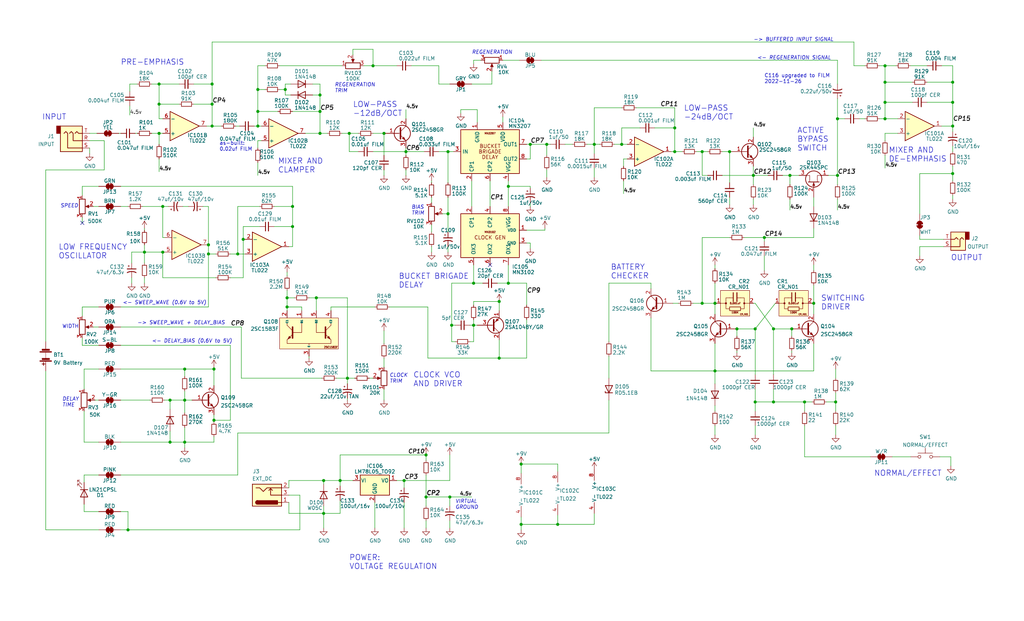
<source format=kicad_sch>
(kicad_sch (version 20211123) (generator eeschema)
  (paper "USLegal")
  (title_block (title "Ibanez_FL-9_Flanger_Pedal MP-FL0601") (date "2022-12-04") (rev "1.0.0") (company "Cedar Grove Studios") (comment 1 "MP-FL0601"))
  (junction (at 111.125 38.735))
  (junction (at 184.15 50.165))
  (junction (at 99.695 106.68))
  (junction (at 74.295 146.05))
  (junction (at 255.905 114.3))
  (junction (at 330.835 35.56))
  (junction (at 59.055 139.065))
  (junction (at 173.355 124.46))
  (junction (at 307.34 22.86))
  (junction (at 274.955 114.3))
  (junction (at 112.395 178.435))
  (junction (at 176.53 98.425))
  (junction (at 101.6 71.755))
  (junction (at 243.84 105.41))
  (junction (at 243.84 52.705))
  (junction (at 64.135 153.67))
  (junction (at 118.11 167.005))
  (junction (at 180.975 161.29))
  (junction (at 189.865 50.165))
  (junction (at 261.62 60.96))
  (junction (at 262.255 139.7))
  (junction (at 109.855 103.505))
  (junction (at 99.695 103.505))
  (junction (at 111.125 33.02))
  (junction (at 330.835 28.575))
  (junction (at 55.245 29.21))
  (junction (at 140.97 52.705))
  (junction (at 274.32 60.96))
  (junction (at 84.455 83.185))
  (junction (at 193.675 182.245))
  (junction (at 121.285 46.355))
  (junction (at 133.35 46.355))
  (junction (at 282.575 105.41))
  (junction (at 73.66 43.815))
  (junction (at 99.06 31.115))
  (junction (at 120.65 131.445))
  (junction (at 173.355 104.775))
  (junction (at 234.315 44.45))
  (junction (at 330.835 43.815))
  (junction (at 55.245 36.195))
  (junction (at 112.395 167.005))
  (junction (at 164.465 98.425))
  (junction (at 129.54 22.86))
  (junction (at 73.66 29.21))
  (junction (at 180.975 182.245))
  (junction (at 215.9 50.165))
  (junction (at 262.255 114.3))
  (junction (at 82.55 88.265))
  (junction (at 265.43 82.55))
  (junction (at 50.165 87.63))
  (junction (at 290.195 139.7))
  (junction (at 74.295 128.27))
  (junction (at 268.605 114.3))
  (junction (at 248.285 105.41))
  (junction (at 279.4 139.7))
  (junction (at 155.575 74.295))
  (junction (at 147.955 172.72))
  (junction (at 140.335 167.005))
  (junction (at 59.055 153.67))
  (junction (at 89.535 31.115))
  (junction (at 307.34 41.275))
  (junction (at 56.515 71.755))
  (junction (at 156.21 172.72))
  (junction (at 307.34 35.56))
  (junction (at 72.39 88.265))
  (junction (at 72.39 85.09))
  (junction (at 206.375 50.165))
  (junction (at 330.835 60.325))
  (junction (at 147.955 158.115))
  (junction (at 101.6 78.74))
  (junction (at 73.66 36.195))
  (junction (at 234.315 52.705))
  (junction (at 89.535 43.815))
  (junction (at 89.535 38.735))
  (junction (at 176.53 64.77))
  (junction (at 64.135 139.065))
  (junction (at 64.135 128.27))
  (junction (at 155.575 52.705))
  (junction (at 56.515 87.63))
  (junction (at 44.45 184.15))
  (junction (at 55.245 46.355))
  (junction (at 253.365 52.705))
  (junction (at 164.465 113.03))
  (junction (at 290.83 41.275))
  (junction (at 248.285 128.905))
  (junction (at 156.845 113.03))
  (junction (at 268.605 139.7))
  (junction (at 111.125 46.355))
  (junction (at 307.34 28.575))
  (junction (at 290.83 60.96))
  (no_connect (at 28.575 77.47))
  (no_connect (at 170.18 92.075))
  (wire (pts (xy 55.245 29.21) (xy 55.245 36.195)))
  (wire (pts (xy 28.575 120.015) (xy 28.575 117.475)))
  (wire (pts (xy 99.06 29.21) (xy 100.965 29.21)))
  (wire (pts (xy 261.62 69.215) (xy 261.62 71.12)))
  (wire (pts (xy 74.295 146.05) (xy 80.01 146.05)))
  (wire (pts (xy 193.675 161.29) (xy 193.675 163.83)))
  (wire (pts (xy 59.055 149.86) (xy 59.055 153.67)))
  (wire (pts (xy 64.135 135.89) (xy 64.135 139.065)))
  (wire (pts (xy 279.4 158.75) (xy 302.26 158.75)))
  (wire (pts (xy 211.455 98.425) (xy 226.06 98.425)))
  (wire (pts (xy 309.88 158.75) (xy 316.23 158.75)))
  (wire (pts (xy 241.935 52.705) (xy 243.84 52.705)))
  (wire (pts (xy 160.02 38.1) (xy 165.735 38.1)))
  (wire (pts (xy 104.775 106.68) (xy 104.775 107.95)))
  (wire (pts (xy 164.465 113.03) (xy 165.735 113.03)))
  (wire (pts (xy 290.83 20.955) (xy 290.83 29.21)))
  (wire (pts (xy 101.6 71.755) (xy 101.6 64.77)))
  (wire (pts (xy 95.25 71.755) (xy 101.6 71.755)))
  (wire (pts (xy 174.625 40.64) (xy 174.625 42.545)))
  (wire (pts (xy 248.285 105.41) (xy 248.92 105.41)))
  (wire (pts (xy 155.575 85.725) (xy 155.575 87.63)))
  (wire (pts (xy 206.375 50.165) (xy 206.375 37.465)))
  (wire (pts (xy 307.34 28.575) (xy 307.34 35.56)))
  (wire (pts (xy 184.15 55.245) (xy 184.15 50.165)))
  (wire (pts (xy 307.34 35.56) (xy 307.34 41.275)))
  (wire (pts (xy 28.575 106.68) (xy 34.29 106.68)))
  (wire (pts (xy 100.965 33.02) (xy 99.06 33.02)))
  (wire (pts (xy 149.86 85.725) (xy 149.86 87.63)))
  (wire (pts (xy 296.545 22.86) (xy 296.545 14.605)))
  (wire (pts (xy 89.535 22.86) (xy 92.075 22.86)))
  (wire (pts (xy 164.465 118.745) (xy 164.465 113.03)))
  (wire (pts (xy 155.575 74.295) (xy 155.575 80.645)))
  (wire (pts (xy 99.695 94.615) (xy 99.695 95.885)))
  (wire (pts (xy 108.585 29.21) (xy 111.125 29.21)))
  (wire (pts (xy 80.01 88.265) (xy 82.55 88.265)))
  (wire (pts (xy 80.01 120.015) (xy 80.01 146.05)))
  (wire (pts (xy 173.355 104.775) (xy 173.355 107.95)))
  (wire (pts (xy 133.35 124.46) (xy 133.35 127.635)))
  (wire (pts (xy 101.6 71.755) (xy 101.6 78.74)))
  (wire (pts (xy 187.96 20.955) (xy 290.83 20.955)))
  (wire (pts (xy 307.34 35.56) (xy 316.865 35.56)))
  (wire (pts (xy 180.975 164.465) (xy 180.975 161.29)))
  (wire (pts (xy 31.115 48.895) (xy 36.195 48.895)))
  (wire (pts (xy 124.46 52.705) (xy 121.285 52.705)))
  (wire (pts (xy 73.66 14.605) (xy 296.545 14.605)))
  (wire (pts (xy 31.115 46.355) (xy 33.655 46.355)))
  (wire (pts (xy 184.15 84.455) (xy 184.15 86.36)))
  (wire (pts (xy 163.195 113.03) (xy 164.465 113.03)))
  (wire (pts (xy 45.72 96.52) (xy 45.72 98.425)))
  (wire (pts (xy 41.91 106.68) (xy 72.39 106.68)))
  (wire (pts (xy 83.82 131.445) (xy 111.76 131.445)))
  (wire (pts (xy 67.31 29.21) (xy 73.66 29.21)))
  (wire (pts (xy 176.53 64.77) (xy 184.15 64.77)))
  (wire (pts (xy 89.535 43.815) (xy 90.805 43.815)))
  (wire (pts (xy 34.29 177.8) (xy 29.21 177.8)))
  (wire (pts (xy 56.515 71.755) (xy 58.42 71.755)))
  (wire (pts (xy 59.055 139.065) (xy 64.135 139.065)))
  (wire (pts (xy 64.135 153.67) (xy 64.135 155.575)))
  (wire (pts (xy 44.45 184.15) (xy 44.45 177.8)))
  (wire (pts (xy 196.215 50.165) (xy 198.755 50.165)))
  (wire (pts (xy 213.36 50.165) (xy 215.9 50.165)))
  (wire (pts (xy 114.935 106.68) (xy 130.175 106.68)))
  (wire (pts (xy 255.905 121.92) (xy 255.905 122.555)))
  (wire (pts (xy 215.9 50.165) (xy 217.805 50.165)))
  (wire (pts (xy 163.195 118.745) (xy 164.465 118.745)))
  (wire (pts (xy 118.11 173.99) (xy 118.11 178.435)))
  (wire (pts (xy 274.32 60.96) (xy 274.32 64.135)))
  (wire (pts (xy 248.285 92.075) (xy 248.285 93.345)))
  (wire (pts (xy 72.39 88.265) (xy 72.39 85.09)))
  (wire (pts (xy 282.575 82.55) (xy 282.575 79.375)))
  (wire (pts (xy 243.84 105.41) (xy 248.285 105.41)))
  (wire (pts (xy 100.33 172.085) (xy 104.14 172.085)))
  (wire (pts (xy 129.54 52.705) (xy 140.97 52.705)))
  (wire (pts (xy 321.945 35.56) (xy 330.835 35.56)))
  (wire (pts (xy 44.45 71.755) (xy 41.91 71.755)))
  (wire (pts (xy 88.265 43.815) (xy 89.535 43.815)))
  (wire (pts (xy 129.54 46.355) (xy 133.35 46.355)))
  (wire (pts (xy 243.84 82.55) (xy 243.84 105.41)))
  (wire (pts (xy 74.295 144.145) (xy 74.295 146.05)))
  (wire (pts (xy 52.705 29.21) (xy 55.245 29.21)))
  (wire (pts (xy 296.545 22.86) (xy 300.355 22.86)))
  (wire (pts (xy 112.395 167.005) (xy 118.11 167.005)))
  (wire (pts (xy 274.955 121.92) (xy 274.955 122.555)))
  (wire (pts (xy 41.91 153.67) (xy 59.055 153.67)))
  (wire (pts (xy 152.4 52.705) (xy 155.575 52.705)))
  (wire (pts (xy 170.18 62.865) (xy 170.18 71.755)))
  (wire (pts (xy 211.455 150.495) (xy 211.455 139.065)))
  (wire (pts (xy 118.11 167.005) (xy 122.555 167.005)))
  (wire (pts (xy 274.955 116.84) (xy 274.955 114.3)))
  (wire (pts (xy 56.515 96.52) (xy 74.93 96.52)))
  (wire (pts (xy 182.88 50.165) (xy 184.15 50.165)))
  (wire (pts (xy 148.59 124.46) (xy 173.355 124.46)))
  (wire (pts (xy 226.06 98.425) (xy 226.06 100.33)))
  (wire (pts (xy 111.125 46.355) (xy 111.125 38.735)))
  (wire (pts (xy 258.445 82.55) (xy 265.43 82.55)))
  (wire (pts (xy 215.9 50.165) (xy 215.9 44.45)))
  (wire (pts (xy 73.66 29.21) (xy 73.66 36.195)))
  (wire (pts (xy 184.15 65.405) (xy 184.15 64.77)))
  (wire (pts (xy 41.91 165.1) (xy 82.55 165.1)))
  (wire (pts (xy 248.285 98.425) (xy 248.285 105.41)))
  (wire (pts (xy 140.97 38.1) (xy 140.97 41.275)))
  (wire (pts (xy 180.975 179.705) (xy 180.975 182.245)))
  (wire (pts (xy 193.675 182.245) (xy 206.375 182.245)))
  (wire (pts (xy 118.11 158.115) (xy 147.955 158.115)))
  (wire (pts (xy 31.115 51.435) (xy 31.115 53.34)))
  (wire (pts (xy 262.255 114.3) (xy 269.24 105.41)))
  (wire (pts (xy 29.21 135.255) (xy 29.21 128.27)))
  (wire (pts (xy 142.875 22.86) (xy 152.4 22.86)))
  (wire (pts (xy 28.575 75.565) (xy 28.575 77.47)))
  (wire (pts (xy 120.65 131.445) (xy 120.65 133.35)))
  (wire (pts (xy 189.865 50.165) (xy 191.135 50.165)))
  (wire (pts (xy 133.35 46.355) (xy 133.35 53.975)))
  (wire (pts (xy 99.06 29.21) (xy 99.06 31.115)))
  (wire (pts (xy 84.455 96.52) (xy 84.455 83.185)))
  (wire (pts (xy 211.455 98.425) (xy 211.455 118.745)))
  (wire (pts (xy 248.285 105.41) (xy 248.285 109.22)))
  (wire (pts (xy 290.83 60.96) (xy 290.83 64.135)))
  (wire (pts (xy 327.66 85.725) (xy 319.405 85.725)))
  (wire (pts (xy 74.295 151.765) (xy 74.295 153.67)))
  (wire (pts (xy 307.34 22.86) (xy 311.15 22.86)))
  (wire (pts (xy 99.695 106.68) (xy 104.775 106.68)))
  (wire (pts (xy 173.355 124.46) (xy 182.88 124.46)))
  (wire (pts (xy 165.735 38.1) (xy 165.735 42.545)))
  (wire (pts (xy 147.955 172.72) (xy 156.21 172.72)))
  (wire (pts (xy 155.575 52.705) (xy 157.48 52.705)))
  (wire (pts (xy 240.665 105.41) (xy 243.84 105.41)))
  (wire (pts (xy 101.6 78.74) (xy 101.6 85.725)))
  (wire (pts (xy 279.4 147.955) (xy 279.4 158.75)))
  (wire (pts (xy 189.865 53.975) (xy 189.865 50.165)))
  (wire (pts (xy 307.34 41.275) (xy 311.785 41.275)))
  (wire (pts (xy 41.275 46.355) (xy 41.91 46.355)))
  (wire (pts (xy 72.39 85.09) (xy 72.39 71.755)))
  (wire (pts (xy 100.33 178.435) (xy 112.395 178.435)))
  (wire (pts (xy 82.55 88.265) (xy 85.09 88.265)))
  (wire (pts (xy 206.375 182.245) (xy 206.375 178.435)))
  (wire (pts (xy 173.355 118.11) (xy 173.355 124.46)))
  (wire (pts (xy 255.905 114.3) (xy 262.255 114.3)))
  (wire (pts (xy 262.255 105.41) (xy 268.605 114.3)))
  (wire (pts (xy 64.135 130.81) (xy 64.135 128.27)))
  (wire (pts (xy 156.21 172.72) (xy 163.83 172.72)))
  (wire (pts (xy 89.535 48.895) (xy 90.805 48.895)))
  (wire (pts (xy 100.33 178.435) (xy 100.33 174.625)))
  (wire (pts (xy 101.6 38.735) (xy 111.125 38.735)))
  (wire (pts (xy 215.9 44.45) (xy 222.25 44.45)))
  (wire (pts (xy 262.255 139.7) (xy 268.605 139.7)))
  (wire (pts (xy 112.395 168.275) (xy 112.395 167.005)))
  (wire (pts (xy 82.55 165.1) (xy 82.55 150.495)))
  (wire (pts (xy 253.365 52.705) (xy 254 52.705)))
  (wire (pts (xy 45.085 31.75) (xy 45.085 29.21)))
  (wire (pts (xy 327.025 43.815) (xy 330.835 43.815)))
  (wire (pts (xy 52.705 46.355) (xy 55.245 46.355)))
  (wire (pts (xy 50.165 87.63) (xy 50.165 91.44)))
  (wire (pts (xy 34.29 113.665) (xy 32.385 113.665)))
  (wire (pts (xy 330.835 57.785) (xy 330.835 60.325)))
  (wire (pts (xy 176.53 62.865) (xy 176.53 64.77)))
  (wire (pts (xy 282.575 99.06) (xy 282.575 105.41)))
  (wire (pts (xy 184.15 50.165) (xy 189.865 50.165)))
  (wire (pts (xy 41.91 128.27) (xy 64.135 128.27)))
  (wire (pts (xy 34.29 153.67) (xy 29.21 153.67)))
  (wire (pts (xy 62.23 29.21) (xy 55.245 29.21)))
  (wire (pts (xy 63.5 71.755) (xy 65.405 71.755)))
  (wire (pts (xy 250.825 60.96) (xy 261.62 60.96)))
  (wire (pts (xy 216.535 55.245) (xy 216.535 57.785)))
  (wire (pts (xy 120.65 103.505) (xy 120.65 131.445)))
  (wire (pts (xy 163.83 29.21) (xy 170.815 29.21)))
  (wire (pts (xy 255.905 116.84) (xy 255.905 114.3)))
  (wire (pts (xy 122.555 19.05) (xy 122.555 17.145)))
  (wire (pts (xy 129.54 22.86) (xy 137.795 22.86)))
  (wire (pts (xy 330.835 50.8) (xy 330.835 52.705)))
  (wire (pts (xy 153.67 74.295) (xy 155.575 74.295)))
  (wire (pts (xy 56.515 82.55) (xy 56.515 71.755)))
  (wire (pts (xy 281.94 105.41) (xy 282.575 105.41)))
  (wire (pts (xy 74.295 146.05) (xy 74.295 146.685)))
  (wire (pts (xy 330.835 60.325) (xy 319.405 60.325)))
  (wire (pts (xy 73.66 36.195) (xy 67.31 36.195)))
  (wire (pts (xy 133.35 59.055) (xy 133.35 60.96)))
  (wire (pts (xy 29.21 175.26) (xy 29.21 177.8)))
  (wire (pts (xy 109.855 103.505) (xy 109.855 107.95)))
  (wire (pts (xy 29.21 128.27) (xy 34.29 128.27)))
  (wire (pts (xy 118.11 178.435) (xy 112.395 178.435)))
  (wire (pts (xy 108.585 33.02) (xy 111.125 33.02)))
  (wire (pts (xy 149.86 62.865) (xy 149.86 63.5)))
  (wire (pts (xy 307.34 53.975) (xy 307.34 58.42)))
  (wire (pts (xy 121.285 46.355) (xy 124.46 46.355)))
  (wire (pts (xy 73.66 43.815) (xy 73.66 36.195)))
  (wire (pts (xy 133.35 114.935) (xy 133.35 119.38)))
  (wire (pts (xy 290.83 41.275) (xy 293.37 41.275)))
  (wire (pts (xy 55.245 41.275) (xy 55.245 36.195)))
  (wire (pts (xy 265.43 82.55) (xy 265.43 83.82)))
  (wire (pts (xy 101.6 64.77) (xy 41.91 64.77)))
  (wire (pts (xy 234.315 44.45) (xy 234.315 52.705)))
  (wire (pts (xy 50.165 87.63) (xy 45.72 87.63)))
  (wire (pts (xy 104.14 172.085) (xy 104.14 184.15)))
  (wire (pts (xy 262.255 105.41) (xy 261.62 105.41)))
  (wire (pts (xy 174.625 20.955) (xy 180.34 20.955)))
  (wire (pts (xy 152.4 29.21) (xy 152.4 22.86)))
  (wire (pts (xy 164.465 111.125) (xy 164.465 113.03)))
  (wire (pts (xy 279.4 139.7) (xy 281.94 139.7)))
  (wire (pts (xy 307.34 22.86) (xy 307.34 28.575)))
  (wire (pts (xy 118.745 46.355) (xy 121.285 46.355)))
  (wire (pts (xy 193.675 179.07) (xy 193.675 182.245)))
  (wire (pts (xy 99.06 31.115) (xy 99.06 33.02)))
  (wire (pts (xy 326.39 158.75) (xy 330.2 158.75)))
  (wire (pts (xy 55.245 46.355) (xy 56.515 46.355)))
  (wire (pts (xy 50.165 85.09) (xy 50.165 87.63)))
  (wire (pts (xy 64.135 128.27) (xy 74.295 128.27)))
  (wire (pts (xy 83.82 113.665) (xy 83.82 131.445)))
  (wire (pts (xy 120.65 131.445) (xy 123.19 131.445)))
  (wire (pts (xy 155.575 74.295) (xy 155.575 68.58)))
  (wire (pts (xy 147.955 165.1) (xy 147.955 172.72)))
  (wire (pts (xy 89.535 31.115) (xy 92.075 31.115)))
  (wire (pts (xy 170.815 29.21) (xy 170.815 24.765)))
  (wire (pts (xy 164.465 104.775) (xy 173.355 104.775)))
  (wire (pts (xy 176.53 64.77) (xy 176.53 71.755)))
  (wire (pts (xy 282.575 119.38) (xy 282.575 128.905)))
  (wire (pts (xy 56.515 87.63) (xy 57.15 87.63)))
  (wire (pts (xy 81.915 43.815) (xy 83.185 43.815)))
  (wire (pts (xy 287.655 60.96) (xy 290.83 60.96)))
  (wire (pts (xy 330.835 45.72) (xy 330.835 43.815)))
  (wire (pts (xy 59.055 153.67) (xy 64.135 153.67)))
  (wire (pts (xy 147.955 158.115) (xy 147.955 160.02)))
  (wire (pts (xy 140.97 52.705) (xy 140.97 53.975)))
  (wire (pts (xy 100.33 167.005) (xy 100.33 169.545)))
  (wire (pts (xy 121.285 46.355) (xy 121.285 52.705)))
  (wire (pts (xy 41.91 184.15) (xy 44.45 184.15)))
  (wire (pts (xy 106.045 46.355) (xy 111.125 46.355)))
  (wire (pts (xy 55.245 36.195) (xy 62.23 36.195)))
  (wire (pts (xy 97.155 31.115) (xy 99.06 31.115)))
  (wire (pts (xy 99.695 106.68) (xy 99.695 107.95)))
  (wire (pts (xy 89.535 38.735) (xy 96.52 38.735)))
  (wire (pts (xy 206.375 37.465) (xy 215.9 37.465)))
  (wire (pts (xy 327.025 22.86) (xy 330.835 22.86)))
  (wire (pts (xy 274.32 60.96) (xy 277.495 60.96)))
  (wire (pts (xy 100.33 167.005) (xy 112.395 167.005)))
  (wire (pts (xy 29.21 153.67) (xy 29.21 142.875)))
  (wire (pts (xy 111.125 29.21) (xy 111.125 33.02)))
  (wire (pts (xy 44.45 177.8) (xy 41.91 177.8)))
  (wire (pts (xy 234.315 37.465) (xy 234.315 44.45)))
  (wire (pts (xy 111.125 33.02) (xy 111.125 38.735)))
  (wire (pts (xy 112.395 178.435) (xy 112.395 183.515)))
  (wire (pts (xy 164.465 106.045) (xy 164.465 104.775)))
  (wire (pts (xy 274.32 69.215) (xy 274.32 73.025)))
  (wire (pts (xy 176.53 98.425) (xy 176.53 92.075)))
  (wire (pts (xy 49.53 71.755) (xy 56.515 71.755)))
  (wire (pts (xy 253.365 52.705) (xy 253.365 63.5)))
  (wire (pts (xy 33.02 139.065) (xy 34.29 139.065)))
  (wire (pts (xy 55.245 46.355) (xy 55.245 50.165)))
  (wire (pts (xy 140.97 59.055) (xy 140.97 60.96)))
  (wire (pts (xy 261.62 60.96) (xy 266.7 60.96)))
  (wire (pts (xy 261.62 60.96) (xy 261.62 57.785)))
  (wire (pts (xy 182.88 106.045) (xy 182.88 98.425)))
  (wire (pts (xy 250.825 52.705) (xy 253.365 52.705)))
  (wire (pts (xy 226.06 110.49) (xy 226.06 128.905)))
  (wire (pts (xy 89.535 48.895) (xy 89.535 51.435)))
  (wire (pts (xy 234.315 52.705) (xy 233.045 52.705)))
  (wire (pts (xy 28.575 109.855) (xy 28.575 106.68)))
  (wire (pts (xy 41.91 139.065) (xy 52.07 139.065)))
  (wire (pts (xy 99.695 103.505) (xy 102.235 103.505)))
  (wire (pts (xy 15.875 128.905) (xy 15.875 184.15)))
  (wire (pts (xy 64.135 153.67) (xy 74.295 153.67)))
  (wire (pts (xy 156.845 113.03) (xy 158.115 113.03)))
  (wire (pts (xy 321.945 28.575) (xy 330.835 28.575)))
  (wire (pts (xy 211.455 123.825) (xy 211.455 131.445)))
  (wire (pts (xy 140.335 174.625) (xy 140.335 183.515)))
  (wire (pts (xy 245.745 60.96) (xy 243.84 60.96)))
  (wire (pts (xy 248.285 128.905) (xy 248.285 133.35)))
  (wire (pts (xy 129.54 17.145) (xy 129.54 22.86)))
  (wire (pts (xy 319.405 83.185) (xy 327.66 83.185)))
  (wire (pts (xy 34.29 184.15) (xy 15.875 184.15)))
  (wire (pts (xy 265.43 88.9) (xy 265.43 93.98)))
  (wire (pts (xy 74.295 128.27) (xy 74.295 133.985)))
  (wire (pts (xy 282.575 105.41) (xy 282.575 109.22)))
  (wire (pts (xy 156.845 118.745) (xy 156.845 113.03)))
  (wire (pts (xy 55.245 55.245) (xy 55.245 59.69)))
  (wire (pts (xy 307.34 46.355) (xy 311.785 46.355)))
  (wire (pts (xy 148.59 106.68) (xy 148.59 124.46)))
  (wire (pts (xy 268.605 114.3) (xy 274.955 114.3)))
  (wire (pts (xy 319.405 60.325) (xy 319.405 74.295)))
  (wire (pts (xy 57.15 82.55) (xy 56.515 82.55)))
  (wire (pts (xy 129.54 22.86) (xy 126.365 22.86)))
  (wire (pts (xy 164.465 20.955) (xy 164.465 22.225)))
  (wire (pts (xy 73.66 43.815) (xy 76.835 43.815)))
  (wire (pts (xy 180.975 182.245) (xy 180.975 184.15)))
  (wire (pts (xy 262.255 114.3) (xy 262.255 130.175)))
  (wire (pts (xy 290.195 139.7) (xy 290.195 142.875)))
  (wire (pts (xy 184.15 70.485) (xy 184.15 71.755)))
  (wire (pts (xy 74.295 128.27) (xy 74.295 127.635)))
  (wire (pts (xy 164.465 98.425) (xy 164.465 92.075)))
  (wire (pts (xy 182.88 98.425) (xy 176.53 98.425)))
  (wire (pts (xy 163.83 62.865) (xy 163.83 71.755)))
  (wire (pts (xy 71.755 43.815) (xy 73.66 43.815)))
  (wire (pts (xy 203.835 50.165) (xy 206.375 50.165)))
  (wire (pts (xy 89.535 31.115) (xy 89.535 22.86)))
  (wire (pts (xy 45.72 87.63) (xy 45.72 91.44)))
  (wire (pts (xy 290.83 34.29) (xy 290.83 41.275)))
  (wire (pts (xy 137.795 167.005) (xy 140.335 167.005)))
  (wire (pts (xy 319.405 85.725) (xy 319.405 88.9)))
  (wire (pts (xy 107.315 103.505) (xy 109.855 103.505)))
  (wire (pts (xy 72.39 71.755) (xy 70.485 71.755)))
  (wire (pts (xy 112.395 175.895) (xy 112.395 178.435)))
  (wire (pts (xy 164.465 20.955) (xy 167.005 20.955)))
  (wire (pts (xy 307.34 46.355) (xy 307.34 48.895)))
  (wire (pts (xy 116.84 131.445) (xy 120.65 131.445)))
  (wire (pts (xy 156.21 29.21) (xy 152.4 29.21)))
  (wire (pts (xy 41.91 113.665) (xy 83.82 113.665)))
  (wire (pts (xy 82.55 71.755) (xy 82.55 88.265)))
  (wire (pts (xy 265.43 82.55) (xy 282.575 82.55)))
  (wire (pts (xy 253.365 68.58) (xy 253.365 71.12)))
  (wire (pts (xy 305.435 22.86) (xy 307.34 22.86)))
  (wire (pts (xy 206.375 50.165) (xy 206.375 53.34)))
  (wire (pts (xy 305.435 41.275) (xy 307.34 41.275)))
  (wire (pts (xy 90.17 71.755) (xy 82.55 71.755)))
  (wire (pts (xy 118.11 167.005) (xy 118.11 168.91)))
  (wire (pts (xy 64.135 139.065) (xy 64.135 143.51)))
  (wire (pts (xy 73.66 14.605) (xy 73.66 29.21)))
  (wire (pts (xy 182.88 80.01) (xy 189.23 80.01)))
  (wire (pts (xy 120.65 138.43) (xy 120.65 139.065)))
  (wire (pts (xy 36.195 48.895) (xy 36.195 59.055)))
  (wire (pts (xy 111.125 46.355) (xy 113.665 46.355)))
  (wire (pts (xy 216.535 55.245) (xy 217.805 55.245)))
  (wire (pts (xy 45.085 36.83) (xy 45.085 40.005)))
  (wire (pts (xy 307.34 28.575) (xy 316.865 28.575)))
  (wire (pts (xy 147.955 172.72) (xy 147.955 175.895)))
  (wire (pts (xy 298.45 41.275) (xy 300.355 41.275)))
  (wire (pts (xy 206.375 58.42) (xy 206.375 61.595)))
  (wire (pts (xy 46.99 46.355) (xy 47.625 46.355)))
  (wire (pts (xy 99.695 103.505) (xy 99.695 106.68)))
  (wire (pts (xy 140.335 167.005) (xy 140.335 169.545)))
  (wire (pts (xy 72.39 106.68) (xy 72.39 88.265)))
  (wire (pts (xy 243.84 60.96) (xy 243.84 52.705)))
  (wire (pts (xy 290.83 41.275) (xy 290.83 60.96)))
  (wire (pts (xy 45.085 29.21) (xy 47.625 29.21)))
  (wire (pts (xy 156.845 113.03) (xy 156.845 98.425)))
  (wire (pts (xy 57.15 139.065) (xy 59.055 139.065)))
  (wire (pts (xy 248.285 147.955) (xy 248.285 151.13)))
  (wire (pts (xy 28.575 120.015) (xy 34.29 120.015)))
  (wire (pts (xy 156.21 158.115) (xy 156.21 167.005)))
  (wire (pts (xy 89.535 31.115) (xy 89.535 38.735)))
  (wire (pts (xy 330.835 43.815) (xy 330.835 35.56)))
  (wire (pts (xy 28.575 64.77) (xy 34.29 64.77)))
  (wire (pts (xy 109.855 103.505) (xy 120.65 103.505)))
  (wire (pts (xy 99.695 100.965) (xy 99.695 103.505)))
  (wire (pts (xy 34.29 71.755) (xy 32.385 71.755)))
  (wire (pts (xy 149.86 68.58) (xy 149.86 70.485)))
  (wire (pts (xy 268.605 114.3) (xy 268.605 130.175)))
  (wire (pts (xy 140.97 52.705) (xy 147.32 52.705)))
  (wire (pts (xy 82.55 150.495) (xy 211.455 150.495)))
  (wire (pts (xy 29.21 165.1) (xy 34.29 165.1)))
  (wire (pts (xy 64.135 139.065) (xy 66.675 139.065)))
  (wire (pts (xy 226.06 128.905) (xy 248.285 128.905)))
  (wire (pts (xy 233.68 105.41) (xy 235.585 105.41)))
  (wire (pts (xy 282.575 68.58) (xy 282.575 71.755)))
  (wire (pts (xy 44.45 184.15) (xy 104.14 184.15)))
  (wire (pts (xy 28.575 67.945) (xy 28.575 64.77)))
  (wire (pts (xy 189.23 79.375) (xy 189.23 80.01)))
  (wire (pts (xy 189.865 59.055) (xy 189.865 61.595)))
  (wire (pts (xy 182.88 111.125) (xy 182.88 124.46)))
  (wire (pts (xy 50.165 96.52) (xy 50.165 98.425)))
  (wire (pts (xy 234.315 52.705) (xy 236.855 52.705)))
  (wire (pts (xy 36.195 59.055) (xy 15.875 59.055)))
  (wire (pts (xy 167.64 98.425) (xy 164.465 98.425)))
  (wire (pts (xy 147.955 180.975) (xy 147.955 183.515)))
  (wire (pts (xy 290.195 128.27) (xy 290.195 131.445)))
  (wire (pts (xy 158.115 118.745) (xy 156.845 118.745)))
  (wire (pts (xy 122.555 17.145) (xy 129.54 17.145)))
  (wire (pts (xy 100.33 85.725) (xy 101.6 85.725)))
  (wire (pts (xy 330.2 158.75) (xy 330.2 161.925)))
  (wire (pts (xy 262.255 135.255) (xy 262.255 139.7)))
  (wire (pts (xy 56.515 41.275) (xy 55.245 41.275)))
  (wire (pts (xy 156.21 172.72) (xy 156.21 175.895)))
  (wire (pts (xy 64.135 153.67) (xy 64.135 148.59)))
  (wire (pts (xy 107.315 123.825) (xy 107.315 124.46)))
  (wire (pts (xy 261.62 60.96) (xy 261.62 64.135)))
  (wire (pts (xy 29.21 167.64) (xy 29.21 165.1)))
  (wire (pts (xy 282.575 92.075) (xy 282.575 93.98)))
  (wire (pts (xy 206.375 50.165) (xy 208.28 50.165)))
  (wire (pts (xy 243.84 52.705) (xy 245.745 52.705)))
  (wire (pts (xy 330.835 28.575) (xy 330.835 22.86)))
  (wire (pts (xy 182.88 55.245) (xy 184.15 55.245)))
  (wire (pts (xy 330.835 67.945) (xy 330.835 69.215)))
  (wire (pts (xy 316.23 22.86) (xy 321.945 22.86)))
  (wire (pts (xy 248.285 140.97) (xy 248.285 142.875)))
  (wire (pts (xy 216.535 62.865) (xy 216.535 67.31)))
  (wire (pts (xy 180.975 182.245) (xy 193.675 182.245)))
  (wire (pts (xy 290.195 147.955) (xy 290.195 151.13)))
  (wire (pts (xy 97.155 22.86) (xy 118.745 22.86)))
  (wire (pts (xy 234.315 37.465) (xy 220.98 37.465)))
  (wire (pts (xy 140.335 167.005) (xy 156.21 167.005)))
  (wire (pts (xy 248.285 119.38) (xy 248.285 128.905)))
  (wire (pts (xy 15.875 59.055) (xy 15.875 118.745)))
  (wire (pts (xy 89.535 56.515) (xy 89.535 60.96)))
  (wire (pts (xy 50.165 79.375) (xy 50.165 80.01)))
  (wire (pts (xy 287.02 139.7) (xy 290.195 139.7)))
  (wire (pts (xy 56.515 87.63) (xy 56.515 96.52)))
  (wire (pts (xy 128.27 131.445) (xy 129.54 131.445)))
  (wire (pts (xy 156.845 98.425) (xy 164.465 98.425)))
  (wire (pts (xy 330.835 60.325) (xy 330.835 62.865)))
  (wire (pts (xy 279.4 139.7) (xy 279.4 142.875)))
  (wire (pts (xy 80.01 96.52) (xy 84.455 96.52)))
  (wire (pts (xy 50.165 87.63) (xy 56.515 87.63)))
  (wire (pts (xy 182.88 84.455) (xy 184.15 84.455)))
  (wire (pts (xy 180.975 161.29) (xy 193.675 161.29)))
  (wire (pts (xy 118.11 158.115) (xy 118.11 167.005)))
  (wire (pts (xy 156.21 180.975) (xy 156.21 183.515)))
  (wire (pts (xy 95.25 78.74) (xy 101.6 78.74)))
  (wire (pts (xy 133.35 135.255) (xy 133.35 139.065)))
  (wire (pts (xy 59.055 139.065) (xy 59.055 142.24)))
  (wire (pts (xy 290.195 136.525) (xy 290.195 139.7)))
  (wire (pts (xy 268.605 135.255) (xy 268.605 139.7)))
  (wire (pts (xy 84.455 83.185) (xy 85.09 83.185)))
  (wire (pts (xy 140.97 51.435) (xy 140.97 52.705)))
  (wire (pts (xy 290.83 69.215) (xy 290.83 73.025)))
  (wire (pts (xy 271.78 60.96) (xy 274.32 60.96)))
  (wire (pts (xy 155.575 52.705) (xy 155.575 63.5)))
  (wire (pts (xy 243.84 82.55) (xy 253.365 82.55)))
  (wire (pts (xy 130.175 174.625) (xy 130.175 183.515)))
  (wire (pts (xy 84.455 78.74) (xy 84.455 83.185)))
  (wire (pts (xy 227.33 44.45) (xy 234.315 44.45)))
  (wire (pts (xy 74.93 88.265) (xy 72.39 88.265)))
  (wire (pts (xy 149.86 78.105) (xy 149.86 80.645)))
  (wire (pts (xy 160.02 39.37) (xy 160.02 38.1)))
  (wire (pts (xy 262.255 139.7) (xy 262.255 142.875)))
  (wire (pts (xy 262.255 147.955) (xy 262.255 151.13)))
  (wire (pts (xy 84.455 78.74) (xy 90.17 78.74)))
  (wire (pts (xy 114.935 106.68) (xy 114.935 107.95)))
  (wire (pts (xy 172.72 98.425) (xy 176.53 98.425)))
  (wire (pts (xy 89.535 43.815) (xy 89.535 38.735)))
  (wire (pts (xy 261.62 44.45) (xy 261.62 47.625)))
  (wire (pts (xy 135.255 106.68) (xy 148.59 106.68)))
  (wire (pts (xy 282.575 128.905) (xy 248.285 128.905)))
  (wire (pts (xy 319.405 81.915) (xy 319.405 83.185)))
  (wire (pts (xy 41.91 120.015) (xy 80.01 120.015)))
  (wire (pts (xy 330.835 35.56) (xy 330.835 28.575)))
  (wire (pts (xy 279.4 139.7) (xy 268.605 139.7)))
  (text "VIRTUAL\nGROUND" (at 158.115 177.165 0) (effects (font (size 1.27 1.27) italic) (justify left bottom)))
  (text "-> SWEEP_WAVE + DELAY_BIAS" (at 47.625 113.03 0) (effects (font (size 1.27 1.27) italic) (justify left bottom)))
  (text "REGENERATION\nTRIM" (at 116.205 32.385 0) (effects (font (size 1.27 1.27) italic) (justify left bottom)))
  (text "<- DELAY_BIAS (0.6V to 5V)" (at 52.705 119.38 0) (effects (font (size 1.27 1.27) italic) (justify left bottom)))
  (text "POWER:\nVOLTAGE REGULATION" (at 121.285 198.12 0) (effects (font (size 1.905 1.905)) (justify left bottom)))
  (text "ACTIVE\nBYPASS\nSWITCH" (at 276.86 52.705 0) (effects (font (size 1.905 1.905)) (justify left bottom)))
  (text "SPEED" (at 20.955 72.39 0) (effects (font (size 1.27 1.27) italic) (justify left bottom)))
  (text "<- SWEEP_WAVE (0.6V to 5V)" (at 42.545 106.045 0) (effects (font (size 1.27 1.27) italic) (justify left bottom)))
  (text "LOW-PASS\n-12dB/OCT" (at 122.555 40.64 0) (effects (font (size 1.905 1.905)) (justify left bottom)))
  (text "SWITCHING\nDRIVER" (at 285.115 107.95 0) (effects (font (size 1.905 1.905)) (justify left bottom)))
  (text "as-built:\n0.02uf FILM" (at 76.2 52.705 0) (effects (font (size 1.27 1.27)) (justify left bottom)))
  (text "CLOCK\nTRIM" (at 135.255 133.35 0) (effects (font (size 1.27 1.27) italic) (justify left bottom)))
  (text "INPUT" (at 14.605 41.91 0) (effects (font (size 1.905 1.905)) (justify left bottom)))
  (text "MIXER AND\nCLAMPER" (at 96.52 60.325 0) (effects (font (size 1.905 1.905)) (justify left bottom)))
  (text "LOW FREQUENCY\nOSCILLATOR" (at 20.32 90.17 0) (effects (font (size 1.905 1.905)) (justify left bottom)))
  (text "-> BUFFERED INPUT SIGNAL" (at 261.62 14.605 0) (effects (font (size 1.27 1.27) italic) (justify left bottom)))
  (text "<- REGENERATION SIGNAL" (at 262.89 20.955 0) (effects (font (size 1.27 1.27) italic) (justify left bottom)))
  (text "C116 upgraded to FILM\n2022-11-26\n" (at 265.43 29.21 0) (effects (font (size 1.27 1.27)) (justify left bottom)))
  (text "NORMAL/EFFECT" (at 303.53 165.735 0) (effects (font (size 1.905 1.905)) (justify left bottom)))
  (text "WIDTH" (at 21.59 114.3 0) (effects (font (size 1.27 1.27)) (justify left bottom)))
  (text "CLOCK VCO\nAND DRIVER" (at 143.51 134.62 0) (effects (font (size 1.905 1.905)) (justify left bottom)))
  (text "OUTPUT" (at 330.2 90.805 0) (effects (font (size 1.905 1.905)) (justify left bottom)))
  (text "MIXER AND\nDE-EMPHASIS" (at 308.61 56.515 0) (effects (font (size 1.905 1.905)) (justify left bottom)))
  (text "LOW-PASS\n-24dB/OCT" (at 237.49 41.91 0) (effects (font (size 1.905 1.905)) (justify left bottom)))
  (text "REGENERATION" (at 163.83 19.05 0) (effects (font (size 1.27 1.27) italic) (justify left bottom)))
  (text "BUCKET BRIGADE\nDELAY" (at 138.43 100.33 0) (effects (font (size 1.905 1.905)) (justify left bottom)))
  (text "BATTERY\nCHECKER" (at 212.09 97.155 0) (effects (font (size 1.905 1.905)) (justify left bottom)))
  (text "DELAY\nTIME" (at 21.59 141.605 0) (effects (font (size 1.27 1.27) italic) (justify left bottom)))
  (text "PRE-EMPHASIS" (at 41.91 22.86 0) (effects (font (size 1.905 1.905)) (justify left bottom)))
  (text "BIAS\nTRIM" (at 142.875 74.93 0) (effects (font (size 1.27 1.27) italic) (justify left bottom)))
  (label "CP7" (at 184.15 50.165 0) (effects (font (size 1.524 1.524) (thickness 0.254) bold italic)))
  (label "4.5v" (at 261.62 44.45 0) (effects (font (thickness 0.254) bold)))
  (label "4.5v" (at 290.83 73.025 0) (effects (font (thickness 0.254) bold)))
  (label "4.5v" (at 89.535 60.96 0) (effects (font (thickness 0.254) bold)))
  (label "4.5v" (at 216.535 67.31 0) (effects (font (thickness 0.254) bold)))
  (label "CP12" (at 261.62 60.96 0) (effects (font (size 1.524 1.524) (thickness 0.254) bold italic)))
  (label "CP13" (at 290.83 60.96 0) (effects (font (size 1.524 1.524) (thickness 0.254) bold italic)))
  (label "4.5v" (at 140.97 38.1 0) (effects (font (thickness 0.254) bold)))
  (label "CP4" (at 73.66 36.195 0) (effects (font (size 1.524 1.524) (thickness 0.254) bold italic)))
  (label "CP2" (at 147.955 172.72 0) (effects (font (size 1.524 1.524) (thickness 0.3048) bold italic)))
  (label "4.5v" (at 45.085 40.005 0))
  (label "CP3" (at 140.335 167.005 0) (effects (font (size 1.524 1.524) (thickness 0.254) bold italic)))
  (label "CP8" (at 80.01 113.665 0) (effects (font (size 1.524 1.524) (thickness 0.254) bold italic)))
  (label "CP10" (at 141.605 158.115 0) (effects (font (size 1.4224 1.4224) (thickness 0.254) bold italic)))
  (label "4.5v" (at 55.245 59.69 0) (effects (font (thickness 0.254) bold)))
  (label "4.5v" (at 274.32 73.025 0) (effects (font (thickness 0.254) bold)))
  (label "CP6" (at 140.97 52.705 0) (effects (font (size 1.524 1.524) (thickness 0.254) bold italic)))
  (label "4.5v" (at 307.34 58.42 0) (effects (font (thickness 0.254) bold)))
  (label "CP14" (at 265.43 82.55 0) (effects (font (size 1.524 1.524) (thickness 0.254) bold italic)))
  (label "CP15" (at 330.835 42.545 0) (effects (font (size 1.524 1.524) (thickness 0.254) bold italic)))
  (label "CP11" (at 229.235 37.465 0) (effects (font (size 1.524 1.524) (thickness 0.254) bold italic)))
  (label "CP1" (at 170.18 69.85 0) (effects (font (size 1.524 1.524) (thickness 0.254) bold italic)))
  (label "CP5" (at 111.125 38.735 0) (effects (font (size 1.524 1.524) (thickness 0.254) bold italic)))
  (label "4.5v" (at 163.83 172.72 180) (effects (font (thickness 0.254) bold italic)))
  (label "CP9" (at 182.88 102.235 0) (effects (font (size 1.524 1.524) (thickness 0.254) bold italic)))
  (symbol (lib_id "Device:LED") (at 29.21 171.45 270) (unit 1)
    (property "Reference" "D1" (at 36.195 172.085 90) (effects (justify right)))
    (property "Value" "LN21CPSL" (at 40.64 170.18 90) (effects (justify right)))
    (property "Description" "LED, CLEAR RED" (effects hide))
  )
  (symbol (lib_id "Device:C_Small") (at 92.71 78.74 90) (unit 1)
    (property "Reference" "C129" (at 94.615 74.295 90) (effects (justify left)))
    (property "Value" "0.01uf FILM" (at 97.79 76.2 90) (effects (justify left)))
    (property "Footprint" "Capacitor_THT:C_Rect_L4.6mm_W2.0mm_P2.50mm_MKS02_FKP02" (effects hide))
    (property "Description" "FILM" (effects hide))
  )
  (symbol (lib_id "Device:CP1_Small") (at 118.11 171.45 0) (unit 1)
    (property "Reference" "C133" (at 118.11 173.99 0) (effects (justify left)))
    (property "Value" "100uf/16v" (at 118.11 175.895 0) (effects (justify left)))
    (property "Footprint" "Capacitor_THT:CP_Radial_D6.3mm_P2.50mm" (effects hide))
    (property "Description" "AL POLARIZED" (effects hide))
  )
  (symbol (lib_id "power:GND") (at 140.335 183.515 0) (unit 1)
    (property "Reference" "#PWR0119" (effects hide))
    (property "Value" "GND" (at 140.462 187.9092 0))
  )
  (symbol (lib_name "SolderJumper_2_Bridged_1") (lib_id "Jumper:SolderJumper_2_Bridged") (at 184.15 20.955 180) (unit 1)
    (property "Reference" "JP5" (at 184.15 22.86 0))
    (property "Value" "BLU" (at 186.055 19.05 0) (effects (justify left)))
    (property "Footprint" "Connector_Wire:SolderWire-0.5sqmm_1x01_D0.9mm_OD2.1mm" (effects hide))
  )
  (symbol (lib_id "Device:C_Small") (at 140.335 22.86 90) (unit 1)
    (property "Reference" "C103" (at 138.43 18.415 90) (effects (justify right)))
    (property "Value" "0.022uf FILM" (at 138.43 20.32 90) (effects (justify right)))
    (property "Footprint" "Capacitor_THT:C_Rect_L4.6mm_W2.0mm_P2.50mm_MKS02_FKP02" (effects hide))
    (property "Description" "FILM" (effects hide))
  )
  (symbol (lib_id "Device:C_Small") (at 45.085 34.29 180) (unit 1)
    (property "Reference" "C105" (at 43.18 33.02 0) (effects (justify left)))
    (property "Value" "0.004uf FILM" (at 43.18 34.925 0) (effects (justify left)))
    (property "Footprint" "Capacitor_THT:C_Rect_L4.6mm_W2.0mm_P2.50mm_MKS02_FKP02" (effects hide))
    (property "Description" "FILM" (effects hide))
  )
  (symbol (lib_id "Diode:1N4448") (at 59.055 146.05 270) (unit 1)
    (property "Reference" "D107" (at 53.34 148.59 90) (effects (justify left)))
    (property "Value" "1N4148" (at 50.8 150.495 90) (effects (justify left)))
    (property "Footprint" "Diode_THT:D_T-1_P2.54mm_Vertical_KathodeUp" (effects hide))
    (property "Datasheet" "https://assets.nexperia.com/documents/data-sheet/1N4148_1N4448.pdf" (effects hide))
    (property "Description" "SIGNAL DIODE, 1N4148" (effects hide))
  )
  (symbol (lib_id "Device:R_Small") (at 55.245 52.705 0) (unit 1)
    (property "Reference" "R102" (at 61.595 52.07 0) (effects (justify right)))
    (property "Value" "510K" (at 61.595 53.975 0) (effects (justify right)))
    (property "Footprint" "Resistor_THT:R_Axial_DIN0204_L3.6mm_D1.6mm_P2.54mm_Vertical" (effects hide))
    (property "Description" "1/8W  5% RESISTOR" (effects hide))
  )
  (symbol (lib_id "Device:C_Small") (at 295.91 41.275 90) (unit 1)
    (property "Reference" "C117" (at 292.735 36.83 90) (effects (justify right)))
    (property "Value" "1uf/50" (at 292.735 38.735 90) (effects (justify right)))
    (property "Footprint" "Capacitor_THT:CP_Radial_D4.0mm_P1.50mm" (effects hide))
    (property "Description" "AL NON-POLARIZED" (effects hide))
  )
  (symbol (lib_id "Device:C_Small") (at 319.405 35.56 90) (unit 1)
    (property "Reference" "C118" (at 316.23 31.115 90) (effects (justify right)))
    (property "Value" "100pf CER" (at 316.23 33.02 90) (effects (justify right)))
    (property "Footprint" "Capacitor_THT:C_Disc_D3.0mm_W2.0mm_P2.50mm" (effects hide))
    (property "Description" "CERAMIC" (effects hide))
  )
  (symbol (lib_id "Connector:AudioJack2") (at 332.74 83.185 180) (unit 1)
    (property "Reference" "J2" (at 337.312 82.9115 0) (effects (justify right)))
    (property "Value" "OUTPUT" (at 335.915 85.725 0) (effects (justify right)))
    (property "Description" "0.25-INCH TS JACK" (effects hide))
  )
  (symbol (lib_id "power:GND") (at 189.865 61.595 0) (unit 1)
    (property "Reference" "#PWR0110" (effects hide))
    (property "Value" "GND" (at 189.992 65.9892 0))
  )
  (symbol (lib_id "power:+9V") (at 282.575 92.075 0) (unit 1)
    (property "Reference" "#PWR0138" (effects hide))
    (property "Value" "+9V" (at 282.575 88.4705 0))
  )
  (symbol (lib_id "Device:CP1_Small") (at 156.21 178.435 0) (unit 1)
    (property "Reference" "C135" (at 158.115 179.705 0) (effects (justify left)))
    (property "Value" "47uf/6.3v" (at 158.115 181.61 0) (effects (justify left)))
    (property "Footprint" "Capacitor_THT:CP_Radial_D5.0mm_P2.50mm" (effects hide))
    (property "Description" "AL POLARIZED" (effects hide))
  )
  (symbol (lib_id "power:GND") (at 184.15 86.36 0) (unit 1)
    (property "Reference" "#PWR0112" (effects hide))
    (property "Value" "GND" (at 184.277 90.7542 0))
  )
  (symbol (lib_id "Device:R_Small") (at 127 46.355 270) (unit 1)
    (property "Reference" "R111" (at 125.095 42.545 90) (effects (justify left)))
    (property "Value" "12K" (at 125.095 44.45 90) (effects (justify left)))
    (property "Footprint" "Resistor_THT:R_Axial_DIN0204_L3.6mm_D1.6mm_P2.54mm_Vertical" (effects hide))
    (property "Description" "1/8W  5% RESISTOR" (effects hide))
  )
  (symbol (lib_id "power:GND") (at 330.835 69.215 0) (unit 1)
    (property "Reference" "#PWR0136" (effects hide))
    (property "Value" "GND" (at 330.962 73.6092 0))
  )
  (symbol (lib_name "SolderJumper_2_Bridged_4") (lib_id "Jumper:SolderJumper_2_Bridged") (at 38.1 139.065 0) (unit 1)
    (property "Reference" "JP16" (at 38.1 140.97 0))
    (property "Value" "Y-GR" (at 38.1 137.16 0))
    (property "Footprint" "Connector_Wire:SolderWire-0.5sqmm_1x01_D0.9mm_OD2.1mm" (effects hide))
  )
  (symbol (lib_id "Amplifier_Operational:TL072") (at 92.71 85.725 0) (mirror x) (unit 1)
    (property "Reference" "IC103" (at 90.17 92.075 0))
    (property "Value" "TL022" (at 90.17 93.98 0))
    (property "Footprint" "Package_DIP:DIP-8_W7.62mm" (effects hide))
    (property "Datasheet" "http://www.ti.com/lit/ds/symlink/tl071.pdf" (effects hide))
    (property "Description" "OPERATIONAL AMPLIFIER" (effects hide))
  )
  (symbol (lib_id "Device:C_Small") (at 193.675 50.165 90) (unit 1)
    (property "Reference" "C110" (at 190.5 45.72 90) (effects (justify right)))
    (property "Value" "1uf/50" (at 190.5 47.625 90) (effects (justify right)))
    (property "Footprint" "Capacitor_THT:CP_Radial_D4.0mm_P1.50mm" (effects hide))
    (property "Description" "AL NON-POLARIZED" (effects hide))
  )
  (symbol (lib_id "Device:R_Small") (at 50.165 29.21 90) (unit 1)
    (property "Reference" "R104" (at 53.34 25.4 90) (effects (justify left)))
    (property "Value" "18K" (at 52.07 27.305 90) (effects (justify left)))
    (property "Footprint" "Resistor_THT:R_Axial_DIN0204_L3.6mm_D1.6mm_P2.54mm_Vertical" (effects hide))
    (property "Description" "1/8W  5% RESISTOR" (effects hide))
  )
  (symbol (lib_id "Device:D_Zener") (at 211.455 135.255 90) (unit 1)
    (property "Reference" "D105" (at 213.487 134.3465 90) (effects (justify right)))
    (property "Value" "RD5.1EB" (at 213.36 136.525 90) (effects (justify right)))
    (property "Footprint" "Diode_THT:D_T-1_P2.54mm_Vertical_KathodeUp" (effects hide))
    (property "Description" "5.1V ZENER DIODE" (effects hide))
  )
  (symbol (lib_id "Device:R_Small") (at 50.165 46.355 90) (unit 1)
    (property "Reference" "R101" (at 53.34 42.545 90) (effects (justify left)))
    (property "Value" "1K" (at 50.8 44.45 90) (effects (justify left)))
    (property "Footprint" "Resistor_THT:R_Axial_DIN0204_L3.6mm_D1.6mm_P2.54mm_Vertical" (effects hide))
    (property "Description" "1/8W  5% RESISTOR" (effects hide))
  )
  (symbol (lib_id "Device:CP1_Small") (at 140.335 172.085 0) (unit 1)
    (property "Reference" "C134" (at 135.255 173.99 0) (effects (justify left)))
    (property "Value" "100uf/10v" (at 130.175 175.895 0) (effects (justify left)))
    (property "Footprint" "Capacitor_THT:CP_Radial_D5.0mm_P2.00mm" (effects hide))
    (property "Description" "AL POLARIZED" (effects hide))
  )
  (symbol (lib_id "power:GND") (at 112.395 183.515 0) (unit 1)
    (property "Reference" "#PWR0118" (effects hide))
    (property "Value" "GND" (at 112.522 187.9092 0))
  )
  (symbol (lib_id "Device:C_Small") (at 268.605 132.715 180) (unit 1)
    (property "Reference" "C123" (at 275.59 132.715 0) (effects (justify left)))
    (property "Value" "1000pf CER" (at 280.035 134.62 0) (effects (justify left)))
    (property "Footprint" "Capacitor_THT:C_Disc_D3.0mm_W2.0mm_P2.50mm" (effects hide))
    (property "Description" "CERAMIC" (effects hide))
  )
  (symbol (lib_id "Device:C_Small") (at 224.79 44.45 90) (unit 1)
    (property "Reference" "C112" (at 221.615 40.005 90) (effects (justify right)))
    (property "Value" "0.001uf FILM" (at 221.615 41.91 90) (effects (justify right)))
    (property "Footprint" "Capacitor_THT:C_Rect_L4.6mm_W2.0mm_P2.50mm_MKS02_FKP02" (effects hide))
    (property "Description" "FILM" (effects hide))
  )
  (symbol (lib_id "Device:R_Small") (at 149.86 83.185 0) (unit 1)
    (property "Reference" "R115" (at 148.59 82.55 0) (effects (justify right)))
    (property "Value" "5.1K" (at 148.59 84.455 0) (effects (justify right)))
    (property "Footprint" "Resistor_THT:R_Axial_DIN0204_L3.6mm_D1.6mm_P2.54mm_Vertical" (effects hide))
    (property "Description" "1/8W  5% RESISTOR" (effects hide))
  )
  (symbol (lib_id "Transistor_BJT:2SD1047") (at 228.6 105.41 0) (mirror y) (unit 1)
    (property "Reference" "Q106" (at 223.7487 104.5015 0) (effects (justify left)))
    (property "Value" "2SC2458GR" (at 223.7487 107.2766 0) (effects (justify left)))
    (property "Footprint" "Package_TO_SOT_THT:TO-92Flat" (effects hide))
    (property "Datasheet" "http://www.st.com/resource/en/datasheet/2sd1047.pdf" (effects hide))
    (property "Description" "NPN BIPOLAR JUNCTION TRANSISTOR (BJT)" (effects hide))
  )
  (symbol (lib_name "SolderJumper_2_Bridged_1") (lib_id "Jumper:SolderJumper_2_Bridged") (at 38.1 64.77 0) (unit 1)
    (property "Reference" "JP13" (at 38.1 66.675 0))
    (property "Value" "GRN" (at 38.1 62.865 0))
    (property "Footprint" "Connector_Wire:SolderWire-0.5sqmm_1x01_D0.9mm_OD2.1mm" (effects hide))
  )
  (symbol (lib_id "Device:C_Small") (at 133.35 56.515 180) (unit 1)
    (property "Reference" "C107" (at 131.445 56.515 0) (effects (justify left)))
    (property "Value" "120pf CER" (at 132.715 58.42 0) (effects (justify left)))
    (property "Footprint" "Capacitor_THT:C_Disc_D3.0mm_W2.0mm_P2.50mm" (effects hide))
    (property "Description" "CERAMIC" (effects hide))
  )
  (symbol (lib_id "Device:R_Small") (at 79.375 43.815 90) (unit 1)
    (property "Reference" "R105" (at 82.55 40.005 90) (effects (justify left)))
    (property "Value" "180K" (at 82.55 41.91 90) (effects (justify left)))
    (property "Footprint" "Resistor_THT:R_Axial_DIN0204_L3.6mm_D1.6mm_P2.54mm_Vertical" (effects hide))
    (property "Description" "1/8W  5% RESISTOR" (effects hide))
  )
  (symbol (lib_id "power:GND") (at 64.135 155.575 0) (unit 1)
    (property "Reference" "#PWR0135" (effects hide))
    (property "Value" "GND" (at 64.262 159.9692 0))
  )
  (symbol (lib_id "Device:C_Small") (at 253.365 66.04 180) (unit 1)
    (property "Reference" "C114" (at 252.73 67.945 0) (effects (justify left)))
    (property "Value" "560pf CER" (at 252.73 69.85 0) (effects (justify left)))
    (property "Footprint" "Capacitor_THT:C_Disc_D3.0mm_W2.0mm_P2.50mm" (effects hide))
    (property "Description" "CERAMIC" (effects hide))
  )
  (symbol (lib_id "Device:CP1_Small") (at 330.835 48.26 0) (mirror y) (unit 1)
    (property "Reference" "C120" (at 337.82 48.895 0) (effects (justify left)))
    (property "Value" "10uf/16v" (at 340.36 50.8 0) (effects (justify left)))
    (property "Footprint" "Capacitor_THT:CP_Radial_D4.0mm_P2.00mm" (effects hide))
    (property "Description" "AL POLARIZED" (effects hide))
  )
  (symbol (lib_id "Device:R_Small") (at 218.44 37.465 270) (unit 1)
    (property "Reference" "R119" (at 216.535 33.655 90) (effects (justify left)))
    (property "Value" "18K" (at 216.535 35.56 90) (effects (justify left)))
    (property "Footprint" "Resistor_THT:R_Axial_DIN0204_L3.6mm_D1.6mm_P2.54mm_Vertical" (effects hide))
    (property "Description" "1/8W  5% RESISTOR" (effects hide))
  )
  (symbol (lib_id "Timer:MN3102") (at 170.18 81.915 0) (unit 1)
    (property "Reference" "IC105" (at 177.8 92.71 0) (effects (justify left)))
    (property "Value" "MN3102" (at 177.8 94.615 0) (effects (justify left)))
    (property "Footprint" "Package_DIP:DIP-8_W7.62mm" (effects hide))
    (property "Datasheet" "http://www.experimentalistsanonymous.com/diy/Datasheets/MN3102.pdf" (effects hide))
    (property "Description" "CLOCK GENERATOR" (effects hide))
  )
  (symbol (lib_id "Device:R_Small") (at 248.285 95.885 0) (unit 1)
    (property "Reference" "R134" (at 254.635 95.25 0) (effects (justify right)))
    (property "Value" "10K" (at 253.365 97.155 0) (effects (justify right)))
    (property "Footprint" "Resistor_THT:R_Axial_DIN0204_L3.6mm_D1.6mm_P2.54mm_Vertical" (effects hide))
    (property "Description" "1/8W  5% RESISTOR" (effects hide))
  )
  (symbol (lib_id "Device:R_Small") (at 279.4 145.415 0) (unit 1)
    (property "Reference" "R141" (at 285.75 144.145 0) (effects (justify right)))
    (property "Value" "22" (at 283.21 146.05 0) (effects (justify right)))
    (property "Footprint" "Resistor_THT:R_Axial_DIN0204_L3.6mm_D1.6mm_P2.54mm_Vertical" (effects hide))
    (property "Description" "1/8W  5% RESISTOR" (effects hide))
  )
  (symbol (lib_name "SolderJumper_2_Bridged_1") (lib_id "Jumper:SolderJumper_2_Bridged") (at 160.02 29.21 180) (unit 1)
    (property "Reference" "JP1" (at 160.02 31.115 0))
    (property "Value" "GRY" (at 161.925 27.305 0) (effects (justify left)))
    (property "Footprint" "Connector_Wire:SolderWire-0.5sqmm_1x01_D0.9mm_OD2.1mm" (effects hide))
  )
  (symbol (lib_id "Diode:1N4448") (at 112.395 172.085 270) (unit 1)
    (property "Reference" "D106" (at 107.315 174.625 90) (effects (justify left)))
    (property "Value" "W05C" (at 106.68 176.53 90) (effects (justify left)))
    (property "Footprint" "Diode_THT:D_DO-35_SOD27_P7.62mm_Horizontal" (effects hide))
    (property "Datasheet" "https://assets.nexperia.com/documents/data-sheet/1N4148_1N4448.pdf" (effects hide))
    (property "Description" "SCHOTTKY DIODE, 50V 500MA" (effects hide))
  )
  (symbol (lib_id "Device:R_Small") (at 330.835 55.245 0) (unit 1)
    (property "Reference" "R131" (at 337.185 54.61 0) (effects (justify right)))
    (property "Value" "470" (at 335.915 56.515 0) (effects (justify right)))
    (property "Footprint" "Resistor_THT:R_Axial_DIN0204_L3.6mm_D1.6mm_P2.54mm_Vertical" (effects hide))
    (property "Description" "1/8W  5% RESISTOR" (effects hide))
  )
  (symbol (lib_id "Device:C_Small") (at 265.43 86.36 180) (unit 1)
    (property "Reference" "C121" (at 263.525 86.36 0) (effects (justify left)))
    (property "Value" "0.047uf FILM" (at 269.875 88.265 0) (effects (justify left)))
    (property "Footprint" "Capacitor_THT:C_Rect_L4.6mm_W2.0mm_P2.50mm_MKS02_FKP02" (effects hide))
    (property "Description" "FILM" (effects hide))
  )
  (symbol (lib_id "power:GND") (at 133.35 60.96 0) (unit 1)
    (property "Reference" "#PWR0108" (effects hide))
    (property "Value" "GND" (at 133.477 65.3542 0))
  )
  (symbol (lib_id "Amplifier_Operational:TL072") (at 196.215 171.45 0) (unit 3)
    (property "Reference" "IC102" (at 194.31 170.5415 0) (effects (justify left)))
    (property "Value" "TL022" (at 194.31 173.3166 0) (effects (justify left)))
    (property "Footprint" "Package_DIP:DIP-8_W7.62mm" (effects hide))
    (property "Datasheet" "http://www.ti.com/lit/ds/symlink/tl071.pdf" (effects hide))
    (property "Description" "OPERATIONAL AMPLIFIER" (effects hide))
  )
  (symbol (lib_id "power:+5V") (at 189.23 79.375 0) (unit 1)
    (property "Reference" "#PWR0111" (effects hide))
    (property "Value" "+5V" (at 189.23 75.7705 0))
  )
  (symbol (lib_id "Device:R_Small") (at 50.165 93.98 0) (unit 1)
    (property "Reference" "R159" (at 51.435 92.71 0) (effects (justify left)))
    (property "Value" "10K" (at 51.435 94.615 0) (effects (justify left)))
    (property "Footprint" "Resistor_THT:R_Axial_DIN0204_L3.6mm_D1.6mm_P2.54mm_Vertical" (effects hide))
    (property "Description" "1/8W  5% RESISTOR" (effects hide))
  )
  (symbol (lib_id "Transistor_BJT:2SD1047") (at 259.08 52.705 0) (unit 1)
    (property "Reference" "Q102" (at 262.89 50.165 0) (effects (justify left)))
    (property "Value" "2SC2458GR" (at 263.525 52.07 0) (effects (justify left)))
    (property "Footprint" "Package_TO_SOT_THT:TO-92Flat" (effects hide))
    (property "Datasheet" "http://www.st.com/resource/en/datasheet/2sd1047.pdf" (effects hide))
    (property "Description" "NPN BIPOLAR JUNCTION TRANSISTOR (BJT)" (effects hide))
  )
  (symbol (lib_id "Device:C_Small") (at 170.18 98.425 90) (unit 1)
    (property "Reference" "C126" (at 165.735 93.98 90) (effects (justify right)))
    (property "Value" "20pf CER" (at 165.735 95.885 90) (effects (justify right)))
    (property "Footprint" "Capacitor_THT:C_Disc_D3.0mm_W2.0mm_P2.50mm" (effects hide))
    (property "Description" "CERAMIC" (effects hide))
  )
  (symbol (lib_id "power:+5V") (at 99.695 94.615 0) (unit 1)
    (property "Reference" "#PWR0133" (effects hide))
    (property "Value" "+5V" (at 99.695 91.0105 0))
  )
  (symbol (lib_id "power:GND") (at 140.97 60.96 0) (unit 1)
    (property "Reference" "#PWR0109" (effects hide))
    (property "Value" "GND" (at 141.097 65.3542 0))
  )
  (symbol (lib_id "Device:R_Small") (at 54.61 139.065 270) (unit 1)
    (property "Reference" "R160" (at 54.61 134.62 90))
    (property "Value" "110K" (at 54.61 136.525 90))
    (property "Footprint" "Resistor_THT:R_Axial_DIN0204_L3.6mm_D1.6mm_P2.54mm_Vertical" (effects hide))
    (property "Description" "1/8W  5% RESISTOR" (effects hide))
  )
  (symbol (lib_id "Transistor_BJT:2SD1047") (at 138.43 46.355 0) (unit 1)
    (property "Reference" "Q101" (at 142.875 43.18 0) (effects (justify left)))
    (property "Value" "2SC2458GR" (at 142.875 45.085 0) (effects (justify left)))
    (property "Footprint" "Package_TO_SOT_THT:TO-92Flat" (effects hide))
    (property "Datasheet" "http://www.st.com/resource/en/datasheet/2sd1047.pdf" (effects hide))
    (property "Description" "NPN BIPOLAR JUNCTION TRANSISTOR (BJT)" (effects hide))
  )
  (symbol (lib_id "Device:R_Small") (at 94.615 31.115 90) (unit 1)
    (property "Reference" "R108" (at 97.79 27.305 90) (effects (justify left)))
    (property "Value" "10K" (at 96.52 29.21 90) (effects (justify left)))
    (property "Footprint" "Resistor_THT:R_Axial_DIN0204_L3.6mm_D1.6mm_P2.54mm_Vertical" (effects hide))
    (property "Description" "1/8W  5% RESISTOR" (effects hide))
  )
  (symbol (lib_id "power:GND") (at 149.86 87.63 0) (unit 1)
    (property "Reference" "#PWR0115" (effects hide))
    (property "Value" "GND" (at 149.987 92.0242 0))
  )
  (symbol (lib_id "Device:R_Small") (at 147.955 162.56 0) (unit 1)
    (property "Reference" "R163" (at 151.765 161.29 0))
    (property "Value" "10K" (at 151.13 163.195 0))
    (property "Footprint" "Resistor_THT:R_Axial_DIN0204_L3.6mm_D1.6mm_P2.54mm_Vertical" (effects hide))
    (property "Description" "1/8W  5% RESISTOR" (effects hide))
  )
  (symbol (lib_id "Device:R_Small") (at 201.295 50.165 90) (unit 1)
    (property "Reference" "R117" (at 204.47 46.355 90) (effects (justify left)))
    (property "Value" "18K" (at 203.2 48.26 90) (effects (justify left)))
    (property "Footprint" "Resistor_THT:R_Axial_DIN0204_L3.6mm_D1.6mm_P2.54mm_Vertical" (effects hide))
    (property "Description" "1/8W  5% RESISTOR" (effects hide))
  )
  (symbol (lib_id "Device:R_Small") (at 239.395 52.705 270) (unit 1)
    (property "Reference" "R121" (at 237.49 48.895 90) (effects (justify left)))
    (property "Value" "13K" (at 237.49 50.8 90) (effects (justify left)))
    (property "Footprint" "Resistor_THT:R_Axial_DIN0204_L3.6mm_D1.6mm_P2.54mm_Vertical" (effects hide))
    (property "Description" "1/8W  5% RESISTOR" (effects hide))
  )
  (symbol (lib_id "Device:C_Small") (at 324.485 22.86 90) (unit 1)
    (property "Reference" "C119" (at 321.31 18.415 90) (effects (justify right)))
    (property "Value" "0.004 FILM" (at 321.31 20.32 90) (effects (justify right)))
    (property "Footprint" "Capacitor_THT:C_Rect_L4.6mm_W2.0mm_P2.50mm_MKS02_FKP02" (effects hide))
    (property "Description" "FILM" (effects hide))
  )
  (symbol (lib_id "power:GND") (at 156.21 183.515 0) (unit 1)
    (property "Reference" "#PWR0122" (effects hide))
    (property "Value" "GND" (at 156.337 187.9092 0))
  )
  (symbol (lib_id "power:GND") (at 155.575 87.63 0) (unit 1)
    (property "Reference" "#PWR0114" (effects hide))
    (property "Value" "GND" (at 155.702 92.0242 0))
  )
  (symbol (lib_name "SolderJumper_2_Bridged_6") (lib_id "Jumper:SolderJumper_2_Bridged") (at 38.1 165.1 0) (unit 1)
    (property "Reference" "JP12" (at 38.1 167.005 0))
    (property "Value" "PINK" (at 38.1 163.195 0))
    (property "Footprint" "Connector_Wire:SolderWire-0.5sqmm_1x01_D0.9mm_OD2.1mm" (effects hide))
  )
  (symbol (lib_id "power:GND") (at 45.72 98.425 0) (unit 1)
    (property "Reference" "#PWR0130" (effects hide))
    (property "Value" "GND" (at 45.847 102.8192 0))
  )
  (symbol (lib_id "Device:R_Small") (at 216.535 60.325 0) (unit 1)
    (property "Reference" "R120" (at 222.885 59.69 0) (effects (justify right)))
    (property "Value" "10K" (at 221.615 61.595 0) (effects (justify right)))
    (property "Footprint" "Resistor_THT:R_Axial_DIN0204_L3.6mm_D1.6mm_P2.54mm_Vertical" (effects hide))
    (property "Description" "1/8W  5% RESISTOR" (effects hide))
  )
  (symbol (lib_id "Device:R_Small") (at 104.775 103.505 90) (unit 1)
    (property "Reference" "R149" (at 104.775 99.695 90))
    (property "Value" "9.1K" (at 104.775 101.6 90))
    (property "Footprint" "Resistor_THT:R_Axial_DIN0204_L3.6mm_D1.6mm_P2.54mm_Vertical" (effects hide))
    (property "Description" "1/8W  5% RESISTOR" (effects hide))
  )
  (symbol (lib_id "Device:R_Small") (at 64.135 146.05 180) (unit 1)
    (property "Reference" "R162" (at 67.945 144.78 0))
    (property "Value" "270K" (at 67.945 146.685 0))
    (property "Footprint" "Resistor_THT:R_Axial_DIN0204_L3.6mm_D1.6mm_P2.54mm_Vertical" (effects hide))
    (property "Description" "1/8W  5% RESISTOR" (effects hide))
  )
  (symbol (lib_id "Device:R_Small") (at 125.73 131.445 270) (unit 1)
    (property "Reference" "R151" (at 125.73 127 90))
    (property "Value" "150K" (at 125.73 128.905 90))
    (property "Footprint" "Resistor_THT:R_Axial_DIN0204_L3.6mm_D1.6mm_P2.54mm_Vertical" (effects hide))
    (property "Description" "1/8W  5% RESISTOR" (effects hide))
  )
  (symbol (lib_id "Device:R_Potentiometer") (at 122.555 22.86 90) (unit 1)
    (property "Reference" "RV103" (at 122.555 25.4 90))
    (property "Value" "100K" (at 122.555 27.305 90))
    (property "Footprint" "Potentiometer_THT:Potentiometer_ACP_CA6-H2,5_Horizontal" (effects hide))
    (property "Description" "TRIMMER POTENTIOMETER" (effects hide))
  )
  (symbol (lib_id "Device:R_Small") (at 164.465 108.585 0) (unit 1)
    (property "Reference" "R147" (at 170.815 107.315 0) (effects (justify right)))
    (property "Value" "27K" (at 169.545 109.22 0) (effects (justify right)))
    (property "Footprint" "Resistor_THT:R_Axial_DIN0204_L3.6mm_D1.6mm_P2.54mm_Vertical" (effects hide))
    (property "Description" "1/8W  5% RESISTOR" (effects hide))
  )
  (symbol (lib_id "Device:R_Small") (at 64.77 36.195 90) (unit 1)
    (property "Reference" "R103" (at 67.945 32.385 90) (effects (justify left)))
    (property "Value" "91K" (at 66.675 34.29 90) (effects (justify left)))
    (property "Footprint" "Resistor_THT:R_Axial_DIN0204_L3.6mm_D1.6mm_P2.54mm_Vertical" (effects hide))
    (property "Description" "1/8W  5% RESISTOR" (effects hide))
  )
  (symbol (lib_id "Device:C_Small") (at 127 52.705 90) (unit 1)
    (property "Reference" "C106" (at 121.92 48.26 90) (effects (justify right)))
    (property "Value" "0.01uf FILM" (at 121.92 50.165 90) (effects (justify right)))
    (property "Footprint" "Capacitor_THT:C_Rect_L4.6mm_W2.0mm_P2.50mm_MKS02_FKP02" (effects hide))
    (property "Description" "FILM" (effects hide))
  )
  (symbol (lib_id "power:GND") (at 274.955 122.555 0) (unit 1)
    (property "Reference" "#PWR0143" (effects hide))
    (property "Value" "GND" (at 275.082 126.9492 0))
  )
  (symbol (lib_id "Device:CP1_Small") (at 67.945 71.755 270) (mirror x) (unit 1)
    (property "Reference" "C130" (at 70.485 67.31 90) (effects (justify right)))
    (property "Value" "47uf/10v" (at 74.295 69.215 90) (effects (justify right)))
    (property "Footprint" "Capacitor_THT:CP_Radial_D4.0mm_P2.00mm" (effects hide))
    (property "Description" "AL POLARIZED" (effects hide))
  )
  (symbol (lib_id "Jumper:SolderJumper_2_Bridged") (at 38.1 177.8 0) (unit 1)
    (property "Reference" "JP9" (at 38.1 179.705 0))
    (property "Value" "RED" (at 38.1 175.895 0))
    (property "Footprint" "Connector_Wire:SolderWire-0.5sqmm_1x01_D0.9mm_OD2.1mm" (effects hide))
  )
  (symbol (lib_id "Device:R_Potentiometer") (at 149.86 74.295 0) (unit 1)
    (property "Reference" "RV102" (at 147.32 76.835 0) (effects (justify right)))
    (property "Value" "10K" (at 147.32 78.74 0) (effects (justify right)))
    (property "Footprint" "Potentiometer_THT:Potentiometer_ACP_CA6-H2,5_Horizontal" (effects hide))
    (property "Description" "TRIMMER POTENTIOMETER" (effects hide))
  )
  (symbol (lib_id "power:GND") (at 265.43 93.98 0) (unit 1)
    (property "Reference" "#PWR0145" (effects hide))
    (property "Value" "GND" (at 265.557 98.3742 0))
  )
  (symbol (lib_id "Device:R_Small") (at 248.285 52.705 90) (unit 1)
    (property "Reference" "R122" (at 250.19 48.895 90) (effects (justify left)))
    (property "Value" "13K" (at 250.19 50.8 90) (effects (justify left)))
    (property "Footprint" "Resistor_THT:R_Axial_DIN0204_L3.6mm_D1.6mm_P2.54mm_Vertical" (effects hide))
    (property "Description" "1/8W  5% RESISTOR" (effects hide))
  )
  (symbol (lib_id "Diode:1N4448") (at 282.575 75.565 90) (unit 1)
    (property "Reference" "D103" (at 288.925 75.565 90) (effects (justify left)))
    (property "Value" "1N4148" (at 291.465 77.47 90) (effects (justify left)))
    (property "Footprint" "Diode_THT:D_T-1_P2.54mm_Vertical_KathodeUp" (effects hide))
    (property "Datasheet" "https://assets.nexperia.com/documents/data-sheet/1N4148_1N4448.pdf" (effects hide))
    (property "Description" "SIGNAL DIODE, 1N4148" (effects hide))
  )
  (symbol (lib_id "Device:R_Small") (at 302.895 22.86 90) (unit 1)
    (property "Reference" "R127" (at 306.07 19.05 90) (effects (justify left)))
    (property "Value" "91K" (at 304.8 20.955 90) (effects (justify left)))
    (property "Footprint" "Resistor_THT:R_Axial_DIN0204_L3.6mm_D1.6mm_P2.54mm_Vertical" (effects hide))
    (property "Description" "1/8W  5% RESISTOR" (effects hide))
  )
  (symbol (lib_id "Device:R_Small") (at 274.32 66.675 180) (unit 1)
    (property "Reference" "R124" (at 275.59 65.405 0) (effects (justify right)))
    (property "Value" "100K" (at 275.59 67.31 0) (effects (justify right)))
    (property "Footprint" "Resistor_THT:R_Axial_DIN0204_L3.6mm_D1.6mm_P2.54mm_Vertical" (effects hide))
    (property "Description" "1/8W  5% RESISTOR" (effects hide))
  )
  (symbol (lib_id "Device:R_Small") (at 92.71 71.755 90) (unit 1)
    (property "Reference" "R155" (at 95.885 67.945 90) (effects (justify left)))
    (property "Value" "62K" (at 94.615 69.85 90) (effects (justify left)))
    (property "Footprint" "Resistor_THT:R_Axial_DIN0204_L3.6mm_D1.6mm_P2.54mm_Vertical" (effects hide))
    (property "Description" "1/8W  5% RESISTOR" (effects hide))
  )
  (symbol (lib_id "Device:C_Small") (at 64.77 29.21 90) (unit 1)
    (property "Reference" "C102" (at 61.595 24.765 90) (effects (justify right)))
    (property "Value" "100pf CER" (at 61.595 26.67 90) (effects (justify right)))
    (property "Footprint" "Capacitor_THT:C_Disc_D3.0mm_W2.0mm_P2.50mm" (effects hide))
    (property "Description" "CERAMIC" (effects hide))
  )
  (symbol (lib_name "SolderJumper_2_Bridged_1") (lib_id "Jumper:SolderJumper_2_Bridged") (at 38.1 71.755 0) (unit 1)
    (property "Reference" "JP7" (at 38.1 73.66 0))
    (property "Value" "BRN" (at 38.1 69.85 0))
    (property "Footprint" "Connector_Wire:SolderWire-0.5sqmm_1x01_D0.9mm_OD2.1mm" (effects hide))
  )
  (symbol (lib_id "Device:R_Small") (at 133.35 121.92 180) (unit 1)
    (property "Reference" "R152" (at 137.16 120.65 0))
    (property "Value" "220K" (at 137.16 122.555 0))
    (property "Footprint" "Resistor_THT:R_Axial_DIN0204_L3.6mm_D1.6mm_P2.54mm_Vertical" (effects hide))
    (property "Description" "1/8W  5% RESISTOR" (effects hide))
  )
  (symbol (lib_id "Device:R_Small") (at 182.88 108.585 0) (unit 1)
    (property "Reference" "R145" (at 189.23 107.95 0) (effects (justify right)))
    (property "Value" "330" (at 187.96 109.855 0) (effects (justify right)))
    (property "Footprint" "Resistor_THT:R_Axial_DIN0204_L3.6mm_D1.6mm_P2.54mm_Vertical" (effects hide))
    (property "Description" "1/8W  5% RESISTOR" (effects hide))
  )
  (symbol (lib_id "Device:R_Small") (at 255.905 119.38 180) (unit 1)
    (property "Reference" "R137" (at 257.175 118.745 0) (effects (justify right)))
    (property "Value" "56K" (at 257.175 120.65 0) (effects (justify right)))
    (property "Footprint" "Resistor_THT:R_Axial_DIN0204_L3.6mm_D1.6mm_P2.54mm_Vertical" (effects hide))
    (property "Description" "1/8W  5% RESISTOR" (effects hide))
  )
  (symbol (lib_id "Device:R_Small") (at 99.695 98.425 180) (unit 1)
    (property "Reference" "R150" (at 95.885 97.79 0))
    (property "Value" "2.2M" (at 95.885 99.695 0))
    (property "Footprint" "Resistor_THT:R_Axial_DIN0204_L3.6mm_D1.6mm_P2.54mm_Vertical" (effects hide))
    (property "Description" "1/8W  5% RESISTOR" (effects hide))
  )
  (symbol (lib_id "Transistor_BJT:2SD1047") (at 250.825 114.3 0) (mirror y) (unit 1)
    (property "Reference" "Q105" (at 245.9737 113.3915 0) (effects (justify left)))
    (property "Value" "2SC2458GR" (at 245.9737 116.1666 0) (effects (justify left)))
    (property "Footprint" "Package_TO_SOT_THT:TO-92Flat" (effects hide))
    (property "Datasheet" "http://www.st.com/resource/en/datasheet/2sd1047.pdf" (effects hide))
    (property "Description" "NPN BIPOLAR JUNCTION TRANSISTOR (BJT)" (effects hide))
  )
  (symbol (lib_id "Connector:AudioJack3") (at 26.035 48.895 0) (mirror x) (unit 1)
    (property "Reference" "J1" (at 18.9231 47.3515 0) (effects (justify right)))
    (property "Value" "INPUT" (at 18.9231 50.1266 0) (effects (justify right)))
    (property "Description" "0.25-INCH TRS JACK" (effects hide))
  )
  (symbol (lib_id "Device:CP1_Small") (at 184.15 67.945 0) (unit 1)
    (property "Reference" "C125" (at 177.165 68.58 0) (effects (justify left)))
    (property "Value" "1uf/50v" (at 180.34 70.485 0) (effects (justify left)))
    (property "Footprint" "Capacitor_THT:CP_Radial_D4.0mm_P1.50mm" (effects hide))
    (property "Description" "AL POLARIZED" (effects hide))
  )
  (symbol (lib_id "Device:R_Small") (at 189.865 56.515 0) (unit 1)
    (property "Reference" "R116" (at 196.215 55.245 0) (effects (justify right)))
    (property "Value" "56K" (at 194.945 57.15 0) (effects (justify right)))
    (property "Footprint" "Resistor_THT:R_Axial_DIN0204_L3.6mm_D1.6mm_P2.54mm_Vertical" (effects hide))
    (property "Description" "1/8W  5% RESISTOR" (effects hide))
  )
  (symbol (lib_id "power:+9V") (at 147.955 158.115 0) (unit 1)
    (property "Reference" "#PWR0128" (effects hide))
    (property "Value" "+9V" (at 147.955 154.5105 0))
  )
  (symbol (lib_id "power:GND") (at 180.975 184.15 0) (unit 1)
    (property "Reference" "#PWR0124" (effects hide))
    (property "Value" "GND" (at 181.102 188.5442 0))
  )
  (symbol (lib_id "Device:R_Potentiometer") (at 29.21 139.065 0) (unit 1)
    (property "Reference" "RV3" (at 34.29 141.605 0) (effects (justify right)))
    (property "Value" "50K" (at 34.925 144.145 0) (effects (justify right)))
    (property "Description" "POTENTIOMETER, CHASSIS MOUNT" (effects hide))
  )
  (symbol (lib_name "SolderJumper_2_Bridged_5") (lib_id "Jumper:SolderJumper_2_Bridged") (at 38.1 153.67 0) (unit 1)
    (property "Reference" "JP10" (at 38.1 155.575 0))
    (property "Value" "BLK" (at 38.1 151.765 0))
    (property "Footprint" "Connector_Wire:SolderWire-0.5sqmm_1x01_D0.9mm_OD2.1mm" (effects hide))
  )
  (symbol (lib_id "Device:R_Small") (at 114.3 131.445 90) (unit 1)
    (property "Reference" "R153" (at 114.935 127.635 90))
    (property "Value" "200K" (at 114.935 129.54 90))
    (property "Footprint" "Resistor_THT:R_Axial_DIN0204_L3.6mm_D1.6mm_P2.54mm_Vertical" (effects hide))
    (property "Description" "1/8W  5% RESISTOR" (effects hide))
  )
  (symbol (lib_id "Device:R_Small") (at 274.955 119.38 180) (unit 1)
    (property "Reference" "R136" (at 276.225 118.745 0) (effects (justify right)))
    (property "Value" "56K" (at 276.225 120.65 0) (effects (justify right)))
    (property "Footprint" "Resistor_THT:R_Axial_DIN0204_L3.6mm_D1.6mm_P2.54mm_Vertical" (effects hide))
    (property "Description" "1/8W  5% RESISTOR" (effects hide))
  )
  (symbol (lib_id "Device:R_Small") (at 290.195 145.415 0) (unit 1)
    (property "Reference" "R140" (at 296.545 144.145 0) (effects (justify right)))
    (property "Value" "22K" (at 295.275 146.05 0) (effects (justify right)))
    (property "Footprint" "Resistor_THT:R_Axial_DIN0204_L3.6mm_D1.6mm_P2.54mm_Vertical" (effects hide))
    (property "Description" "1/8W  5% RESISTOR" (effects hide))
  )
  (symbol (lib_id "Device:R_Small") (at 99.06 38.735 90) (unit 1)
    (property "Reference" "R107" (at 100.33 34.925 90) (effects (justify left)))
    (property "Value" "100K" (at 100.33 36.83 90) (effects (justify left)))
    (property "Footprint" "Resistor_THT:R_Axial_DIN0204_L3.6mm_D1.6mm_P2.54mm_Vertical" (effects hide))
    (property "Description" "1/8W  5% RESISTOR" (effects hide))
  )
  (symbol (lib_id "Device:R_Small") (at 319.405 28.575 90) (unit 1)
    (property "Reference" "R129" (at 322.58 24.765 90) (effects (justify left)))
    (property "Value" "91K" (at 321.31 26.67 90) (effects (justify left)))
    (property "Footprint" "Resistor_THT:R_Axial_DIN0204_L3.6mm_D1.6mm_P2.54mm_Vertical" (effects hide))
    (property "Description" "1/8W  5% RESISTOR" (effects hide))
  )
  (symbol (lib_id "Amplifier_Operational:TL072") (at 208.915 170.815 0) (unit 3)
    (property "Reference" "IC103" (at 207.01 169.9065 0) (effects (justify left)))
    (property "Value" "TL022" (at 207.01 172.6816 0) (effects (justify left)))
    (property "Footprint" "Package_DIP:DIP-8_W7.62mm" (effects hide))
    (property "Datasheet" "http://www.ti.com/lit/ds/symlink/tl071.pdf" (effects hide))
    (property "Description" "OPERATIONAL AMPLIFIER" (effects hide))
  )
  (symbol (lib_id "power:GND") (at 130.175 183.515 0) (unit 1)
    (property "Reference" "#PWR0120" (effects hide))
    (property "Value" "GND" (at 130.302 187.9092 0))
  )
  (symbol (lib_id "Device:R_Small") (at 140.97 56.515 180) (unit 1)
    (property "Reference" "R112" (at 147.32 57.15 0) (effects (justify left)))
    (property "Value" "10K" (at 146.05 59.055 0) (effects (justify left)))
    (property "Footprint" "Resistor_THT:R_Axial_DIN0204_L3.6mm_D1.6mm_P2.54mm_Vertical" (effects hide))
    (property "Description" "1/8W  5% RESISTOR" (effects hide))
  )
  (symbol (lib_id "Device:R_Small") (at 282.575 96.52 0) (unit 1)
    (property "Reference" "R135" (at 288.925 95.885 0) (effects (justify right)))
    (property "Value" "10K" (at 287.655 97.79 0) (effects (justify right)))
    (property "Footprint" "Resistor_THT:R_Axial_DIN0204_L3.6mm_D1.6mm_P2.54mm_Vertical" (effects hide))
    (property "Description" "1/8W  5% RESISTOR" (effects hide))
  )
  (symbol (lib_id "power:GND") (at 160.02 39.37 0) (unit 1)
    (property "Reference" "#PWR0106" (effects hide))
    (property "Value" "GND" (at 160.147 43.7642 0))
  )
  (symbol (lib_id "Device:R_Small") (at 116.205 46.355 90) (unit 1)
    (property "Reference" "R110" (at 118.11 42.545 90) (effects (justify left)))
    (property "Value" "12K" (at 118.11 44.45 90) (effects (justify left)))
    (property "Footprint" "Resistor_THT:R_Axial_DIN0204_L3.6mm_D1.6mm_P2.54mm_Vertical" (effects hide))
    (property "Description" "1/8W  5% RESISTOR" (effects hide))
  )
  (symbol (lib_id "Device:R_Small") (at 290.195 133.985 180) (unit 1)
    (property "Reference" "R139" (at 291.465 133.35 0) (effects (justify right)))
    (property "Value" "62K" (at 291.465 135.255 0) (effects (justify right)))
    (property "Footprint" "Resistor_THT:R_Axial_DIN0204_L3.6mm_D1.6mm_P2.54mm_Vertical" (effects hide))
    (property "Description" "1/8W  5% RESISTOR" (effects hide))
  )
  (symbol (lib_id "Device:R_Potentiometer") (at 28.575 113.665 0) (unit 1)
    (property "Reference" "RV2" (at 33.655 116.205 0) (effects (justify right)))
    (property "Value" "100K" (at 34.29 118.745 0) (effects (justify right)))
    (property "Description" "POTENTIOMETER, CHASSIS MOUNT" (effects hide))
  )
  (symbol (lib_id "power:+9V") (at 290.195 128.27 0) (unit 1)
    (property "Reference" "#PWR0142" (effects hide))
    (property "Value" "+9V" (at 290.195 124.6655 0))
  )
  (symbol (lib_id "Device:Battery") (at 15.875 123.825 180) (unit 1)
    (property "Reference" "BT1" (at 18.542 123.2975 0) (effects (justify right)))
    (property "Value" "9V Battery" (at 18.542 126.0726 0) (effects (justify right)))
    (property "Description" "9 Volt" (effects hide))
  )
  (symbol (lib_id "power:GND") (at 253.365 71.12 0) (unit 1)
    (property "Reference" "#PWR0139" (effects hide))
    (property "Value" "GND" (at 253.492 75.5142 0))
  )
  (symbol (lib_id "power:+5V") (at 174.625 40.64 0) (unit 1)
    (property "Reference" "#PWR0116" (effects hide))
    (property "Value" "+5V" (at 174.625 37.0355 0))
  )
  (symbol (lib_id "Device:R_Small") (at 261.62 66.675 180) (unit 1)
    (property "Reference" "R123" (at 262.89 66.04 0) (effects (justify right)))
    (property "Value" "10K" (at 262.89 67.945 0) (effects (justify right)))
    (property "Footprint" "Resistor_THT:R_Axial_DIN0204_L3.6mm_D1.6mm_P2.54mm_Vertical" (effects hide))
    (property "Description" "1/8W  5% RESISTOR" (effects hide))
  )
  (symbol (lib_name "SolderJumper_2_Bridged_1") (lib_id "Jumper:SolderJumper_2_Bridged") (at 319.405 78.105 270) (unit 1)
    (property "Reference" "JP3" (at 321.31 75.565 90))
    (property "Value" "WHT" (at 319.405 80.645 90) (effects (justify left)))
    (property "Footprint" "Connector_Wire:SolderWire-0.5sqmm_1x01_D0.9mm_OD2.1mm" (effects hide))
  )
  (symbol (lib_id "Device:R_Small") (at 132.715 106.68 270) (unit 1)
    (property "Reference" "R148" (at 133.35 102.87 90))
    (property "Value" "10K" (at 132.715 104.775 90))
    (property "Footprint" "Resistor_THT:R_Axial_DIN0204_L3.6mm_D1.6mm_P2.54mm_Vertical" (effects hide))
    (property "Description" "1/8W  5% RESISTOR" (effects hide))
  )
  (symbol (lib_id "power:+5V") (at 173.355 104.775 0) (unit 1)
    (property "Reference" "#PWR0103" (effects hide))
    (property "Value" "+5V" (at 173.355 100.965 0))
  )
  (symbol (lib_id "power:GND") (at 248.285 151.13 0) (unit 1)
    (property "Reference" "#PWR0147" (effects hide))
    (property "Value" "GND" (at 248.412 155.5242 0))
  )
  (symbol (lib_name "SolderJumper_2_Bridged_1") (lib_id "Jumper:SolderJumper_2_Bridged") (at 37.465 46.355 0) (unit 1)
    (property "Reference" "JP2" (at 37.465 42.545 0))
    (property "Value" "YEL" (at 37.465 44.2745 0))
    (property "Footprint" "Connector_Wire:SolderWire-0.5sqmm_1x01_D0.9mm_OD2.1mm" (effects hide))
  )
  (symbol (lib_id "power:GND") (at 262.255 151.13 0) (unit 1)
    (property "Reference" "#PWR0148" (effects hide))
    (property "Value" "GND" (at 262.382 155.5242 0))
  )
  (symbol (lib_id "Device:C_Small") (at 262.255 132.715 180) (unit 1)
    (property "Reference" "C122" (at 260.35 132.715 0) (effects (justify left)))
    (property "Value" "1000pf CER" (at 262.255 134.62 0) (effects (justify left)))
    (property "Footprint" "Capacitor_THT:C_Disc_D3.0mm_W2.0mm_P2.50mm" (effects hide))
    (property "Description" "CERAMIC" (effects hide))
  )
  (symbol (lib_id "Device:C_Small") (at 262.255 145.415 180) (unit 1)
    (property "Reference" "C124" (at 269.24 145.415 0) (effects (justify left)))
    (property "Value" "1000pf CER" (at 274.32 147.32 0) (effects (justify left)))
    (property "Footprint" "Capacitor_THT:C_Disc_D3.0mm_W2.0mm_P2.50mm" (effects hide))
    (property "Description" "CERAMIC" (effects hide))
  )
  (symbol (lib_id "power:GND") (at 133.35 139.065 0) (unit 1)
    (property "Reference" "#PWR0126" (effects hide))
    (property "Value" "GND" (at 133.477 143.4592 0))
  )
  (symbol (lib_name "SolderJumper_2_Bridged_1") (lib_id "Jumper:SolderJumper_2_Bridged") (at 38.1 113.665 0) (unit 1)
    (property "Reference" "JP14" (at 38.1 115.57 0))
    (property "Value" "ORA" (at 38.1 111.76 0))
    (property "Footprint" "Connector_Wire:SolderWire-0.5sqmm_1x01_D0.9mm_OD2.1mm" (effects hide))
  )
  (symbol (lib_id "power:GND") (at 330.2 161.925 0) (unit 1)
    (property "Reference" "#PWR0144" (effects hide))
    (property "Value" "GND" (at 330.327 166.3192 0))
  )
  (symbol (lib_id "power:GND") (at 206.375 61.595 0) (unit 1)
    (property "Reference" "#PWR0117" (effects hide))
    (property "Value" "GND" (at 206.502 65.9892 0))
  )
  (symbol (lib_id "power:GND") (at 319.405 88.9 0) (unit 1)
    (property "Reference" "#PWR0137" (effects hide))
    (property "Value" "GND" (at 319.532 93.2942 0))
  )
  (symbol (lib_id "Switch:SW_Push") (at 321.31 158.75 0) (unit 1)
    (property "Reference" "SW1" (at 321.31 151.8625 0))
    (property "Value" "NORMAL/EFFECT" (at 321.31 154.6376 0))
    (property "Description" "SPST PUSH BUTTON SWITCH, MOMENTARY" (effects hide))
  )
  (symbol (lib_id "Device:R_Potentiometer") (at 133.35 131.445 180) (unit 1)
    (property "Reference" "RV101" (at 125.73 134.62 0) (effects (justify right)))
    (property "Value" "20K" (at 128.27 136.525 0) (effects (justify right)))
    (property "Footprint" "Potentiometer_THT:Potentiometer_ACP_CA6-H2,5_Horizontal" (effects hide))
    (property "Description" "TRIMMER POTENTIOMETER" (effects hide))
  )
  (symbol (lib_id "Device:CR_N01") (at 275.59 105.41 0) (unit 1)
    (property "Reference" "CR1" (at 271.78 97.79 0))
    (property "Value" "CR_N01" (at 273.685 99.695 0))
    (property "Footprint" "Capacitor_THT:C_Disc_D5.0mm_W2.5mm_P2.50mm" (effects hide))
    (property "Description" "RESISTOR-CAPACITOR NETWORK" (effects hide))
  )
  (symbol (lib_id "power:GND") (at 184.15 71.755 0) (unit 1)
    (property "Reference" "#PWR0113" (effects hide))
    (property "Value" "GND" (at 184.277 76.1492 0))
  )
  (symbol (lib_id "Device:R_Small") (at 238.125 105.41 90) (unit 1)
    (property "Reference" "R143" (at 240.03 101.6 90) (effects (justify left)))
    (property "Value" "1M" (at 238.125 103.505 90) (effects (justify left)))
    (property "Footprint" "Resistor_THT:R_Axial_DIN0204_L3.6mm_D1.6mm_P2.54mm_Vertical" (effects hide))
    (property "Description" "1/8W  5% RESISTOR" (effects hide))
  )
  (symbol (lib_id "power:+5V") (at 206.375 163.195 0) (unit 1)
    (property "Reference" "#PWR0105" (effects hide))
    (property "Value" "+5V" (at 206.375 159.5905 0))
  )
  (symbol (lib_id "Device:CP1_Small") (at 155.575 83.185 0) (unit 1)
    (property "Reference" "C109" (at 153.035 80.01 0) (effects (justify left)))
    (property "Value" "1uf/50v" (at 151.765 85.725 0) (effects (justify left)))
    (property "Footprint" "Capacitor_THT:CP_Radial_D4.0mm_P1.50mm" (effects hide))
    (property "Description" "AL POLARIZED" (effects hide))
  )
  (symbol (lib_id "Device:R_Small") (at 313.69 22.86 270) (unit 1)
    (property "Reference" "R128" (at 311.785 19.05 90) (effects (justify left)))
    (property "Value" "18K" (at 311.785 20.955 90) (effects (justify left)))
    (property "Footprint" "Resistor_THT:R_Axial_DIN0204_L3.6mm_D1.6mm_P2.54mm_Vertical" (effects hide))
    (property "Description" "1/8W  5% RESISTOR" (effects hide))
  )
  (symbol (lib_id "Device:R_Small") (at 147.955 178.435 180) (unit 1)
    (property "Reference" "R164" (at 151.765 177.165 0))
    (property "Value" "10K" (at 151.13 179.07 0))
    (property "Footprint" "Resistor_THT:R_Axial_DIN0204_L3.6mm_D1.6mm_P2.54mm_Vertical" (effects hide))
    (property "Description" "1/8W  5% RESISTOR" (effects hide))
  )
  (symbol (lib_id "power:+5V") (at 50.165 79.375 0) (unit 1)
    (property "Reference" "#PWR0129" (effects hide))
    (property "Value" "+5V" (at 50.165 75.7705 0))
  )
  (symbol (lib_id "Device:R_Small") (at 210.82 50.165 90) (unit 1)
    (property "Reference" "R118" (at 213.995 46.355 90) (effects (justify left)))
    (property "Value" "18K" (at 212.725 48.26 90) (effects (justify left)))
    (property "Footprint" "Resistor_THT:R_Axial_DIN0204_L3.6mm_D1.6mm_P2.54mm_Vertical" (effects hide))
    (property "Description" "1/8W  5% RESISTOR" (effects hide))
  )
  (symbol (lib_name "SolderJumper_2_Bridged_1") (lib_id "Jumper:SolderJumper_2_Bridged") (at 38.1 106.68 0) (unit 1)
    (property "Reference" "JP6" (at 38.1 108.585 0))
    (property "Value" "PUR" (at 38.1 104.775 0))
    (property "Footprint" "Connector_Wire:SolderWire-0.5sqmm_1x01_D0.9mm_OD2.1mm" (effects hide))
  )
  (symbol (lib_id "Device:R_Small") (at 155.575 66.04 180) (unit 1)
    (property "Reference" "R113" (at 156.845 65.405 0) (effects (justify right)))
    (property "Value" "100K" (at 156.845 67.31 0) (effects (justify right)))
    (property "Footprint" "Resistor_THT:R_Axial_DIN0204_L3.6mm_D1.6mm_P2.54mm_Vertical" (effects hide))
    (property "Description" "1/8W  5% RESISTOR" (effects hide))
  )
  (symbol (lib_id "Transistor_BJT:2SD1047") (at 280.035 114.3 0) (unit 1)
    (property "Reference" "Q104" (at 284.8864 113.3915 0) (effects (justify left)))
    (property "Value" "2SC2458GR" (at 284.8864 116.1666 0) (effects (justify left)))
    (property "Footprint" "Package_TO_SOT_THT:TO-92Flat" (effects hide))
    (property "Datasheet" "http://www.st.com/resource/en/datasheet/2sd1047.pdf" (effects hide))
    (property "Description" "NPN BIPOLAR JUNCTION TRANSISTOR (BJT)" (effects hide))
  )
  (symbol (lib_id "Device:C_Small") (at 248.285 60.96 90) (unit 1)
    (property "Reference" "C113" (at 238.125 60.325 90) (effects (justify right)))
    (property "Value" "0.003uf FILM" (at 234.315 62.23 90) (effects (justify right)))
    (property "Footprint" "Capacitor_THT:C_Rect_L4.6mm_W2.0mm_P2.50mm_MKS02_FKP02" (effects hide))
    (property "Description" "FILM" (effects hide))
  )
  (symbol (lib_id "Device:R_Small") (at 89.535 53.975 0) (unit 1)
    (property "Reference" "R106" (at 95.25 52.705 0) (effects (justify right)))
    (property "Value" "510K" (at 95.25 54.61 0) (effects (justify right)))
    (property "Footprint" "Resistor_THT:R_Axial_DIN0204_L3.6mm_D1.6mm_P2.54mm_Vertical" (effects hide))
    (property "Description" "1/8W  5% RESISTOR" (effects hide))
  )
  (symbol (lib_id "Device:C_Small") (at 149.86 52.705 90) (unit 1)
    (property "Reference" "C108" (at 145.415 48.26 90) (effects (justify right)))
    (property "Value" "0.033uf FILM" (at 145.415 50.165 90) (effects (justify right)))
    (property "Footprint" "Capacitor_THT:C_Rect_L4.6mm_W2.0mm_P2.50mm_MKS02_FKP02" (effects hide))
    (property "Description" "FILM" (effects hide))
  )
  (symbol (lib_id "Device:R_Potentiometer") (at 28.575 71.755 0) (unit 1)
    (property "Reference" "RV1" (at 34.29 74.295 0) (effects (justify right)))
    (property "Value" "500K" (at 35.56 76.835 0) (effects (justify right)))
    (property "Description" "POTENTIOMETER, CHASSIS MOUNT" (effects hide))
  )
  (symbol (lib_id "power:+5V") (at 74.295 127.635 0) (unit 1)
    (property "Reference" "#PWR0134" (effects hide))
    (property "Value" "+5V" (at 74.295 124.0305 0))
  )
  (symbol (lib_id "Device:C_Small") (at 269.24 60.96 90) (unit 1)
    (property "Reference" "C115" (at 267.97 56.515 90) (effects (justify right)))
    (property "Value" "1uf/50" (at 267.97 58.42 90) (effects (justify right)))
    (property "Footprint" "Capacitor_THT:CP_Radial_D4.0mm_P1.50mm" (effects hide))
    (property "Description" "AL NON-POLARIZED" (effects hide))
  )
  (symbol (lib_id "Amplifier_Operational:TL072") (at 98.425 46.355 0) (mirror x) (unit 2)
    (property "Reference" "IC102" (at 103.505 48.895 0))
    (property "Value" "TL022" (at 103.505 50.8 0))
    (property "Footprint" "Package_DIP:DIP-8_W7.62mm" (effects hide))
    (property "Datasheet" "http://www.ti.com/lit/ds/symlink/tl071.pdf" (effects hide))
    (property "Description" "OPERATIONAL AMPLIFIER" (effects hide))
  )
  (symbol (lib_id "Amplifier_Operational:TL072") (at 183.515 172.085 0) (unit 3)
    (property "Reference" "IC101" (at 181.61 171.1765 0) (effects (justify left)))
    (property "Value" "TL022" (at 181.61 173.9516 0) (effects (justify left)))
    (property "Footprint" "Package_DIP:DIP-8_W7.62mm" (effects hide))
    (property "Datasheet" "http://www.ti.com/lit/ds/symlink/tl071.pdf" (effects hide))
    (property "Description" "OPERATIONAL AMPLIFIER" (effects hide))
  )
  (symbol (lib_id "Device:R_Small") (at 330.835 65.405 180) (unit 1)
    (property "Reference" "R132" (at 332.105 64.135 0) (effects (justify right)))
    (property "Value" "100K" (at 332.105 66.04 0) (effects (justify right)))
    (property "Footprint" "Resistor_THT:R_Axial_DIN0204_L3.6mm_D1.6mm_P2.54mm_Vertical" (effects hide))
    (property "Description" "1/8W  5% RESISTOR" (effects hide))
  )
  (symbol (lib_id "Device:C_Small") (at 85.725 43.815 90) (unit 1)
    (property "Reference" "C104" (at 83.185 46.355 90) (effects (justify right)))
    (property "Value" "0.047uf FILM" (at 76.2 48.26 90) (effects (justify right)))
    (property "Footprint" "Capacitor_THT:C_Rect_L4.6mm_W2.0mm_P2.50mm_MKS02_FKP02" (effects hide))
    (property "Description" "FILM" (effects hide))
  )
  (symbol (lib_id "Device:C_Small") (at 44.45 46.355 90) (unit 1)
    (property "Reference" "C101" (at 40.64 49.53 90) (effects (justify right)))
    (property "Value" "0.047uf FILM" (at 40.64 51.435 90) (effects (justify right)))
    (property "Footprint" "Capacitor_THT:C_Rect_L7.0mm_W2.0mm_P5.00mm" (effects hide))
    (property "Description" "FILM" (effects hide))
  )
  (symbol (lib_name "SolderJumper_2_Bridged_3") (lib_id "Jumper:SolderJumper_2_Bridged") (at 38.1 128.27 0) (unit 1)
    (property "Reference" "JP15" (at 38.1 130.175 0))
    (property "Value" "RED" (at 38.1 126.365 0))
    (property "Footprint" "Connector_Wire:SolderWire-0.5sqmm_1x01_D0.9mm_OD2.1mm" (effects hide))
  )
  (symbol (lib_id "Device:CR_N01") (at 255.27 105.41 0) (unit 1)
    (property "Reference" "CR2" (at 258.445 97.79 0))
    (property "Value" "CR_N01" (at 256.54 99.695 0))
    (property "Footprint" "Capacitor_THT:C_Disc_D5.0mm_W2.5mm_P2.50mm" (effects hide))
    (property "Description" "RESISTOR-CAPACITOR NETWORK" (effects hide))
  )
  (symbol (lib_id "power:GND") (at 120.65 139.065 0) (unit 1)
    (property "Reference" "#PWR0101" (effects hide))
    (property "Value" "GND" (at 120.777 143.4592 0))
  )
  (symbol (lib_id "Device:C_Small") (at 206.375 55.88 180) (unit 1)
    (property "Reference" "C111" (at 204.47 55.88 0) (effects (justify left)))
    (property "Value" "0.0015uf FILM" (at 210.82 57.785 0) (effects (justify left)))
    (property "Footprint" "Capacitor_THT:C_Rect_L4.6mm_W2.0mm_P2.50mm_MKS02_FKP02" (effects hide))
    (property "Description" "FILM" (effects hide))
  )
  (symbol (lib_id "Device:R_Small") (at 94.615 22.86 90) (unit 1)
    (property "Reference" "R109" (at 97.79 19.05 90) (effects (justify left)))
    (property "Value" "47K" (at 96.52 20.955 90) (effects (justify left)))
    (property "Footprint" "Resistor_THT:R_Axial_DIN0204_L3.6mm_D1.6mm_P2.54mm_Vertical" (effects hide))
    (property "Description" "1/8W  5% RESISTOR" (effects hide))
  )
  (symbol (lib_id "power:+5V") (at 133.35 114.935 0) (unit 1)
    (property "Reference" "#PWR0104" (effects hide))
    (property "Value" "+5V" (at 133.35 111.3305 0))
  )
  (symbol (lib_id "Device:R_Small") (at 248.285 145.415 180) (unit 1)
    (property "Reference" "R142" (at 249.555 144.78 0) (effects (justify right)))
    (property "Value" "100" (at 249.555 146.685 0) (effects (justify right)))
    (property "Footprint" "Resistor_THT:R_Axial_DIN0204_L3.6mm_D1.6mm_P2.54mm_Vertical" (effects hide))
    (property "Description" "1/8W  5% RESISTOR" (effects hide))
  )
  (symbol (lib_id "power:GND") (at 107.315 124.46 0) (unit 1)
    (property "Reference" "#PWR0102" (effects hide))
    (property "Value" "GND" (at 107.442 128.8542 0))
  )
  (symbol (lib_id "Device:R_Small") (at 290.83 66.675 180) (unit 1)
    (property "Reference" "R125" (at 292.1 65.405 0) (effects (justify right)))
    (property "Value" "100K" (at 292.1 67.31 0) (effects (justify right)))
    (property "Footprint" "Resistor_THT:R_Axial_DIN0204_L3.6mm_D1.6mm_P2.54mm_Vertical" (effects hide))
    (property "Description" "1/8W  5% RESISTOR" (effects hide))
  )
  (symbol (lib_id "Device:R_Small") (at 255.905 82.55 270) (unit 1)
    (property "Reference" "R133" (at 254 78.74 90) (effects (justify left)))
    (property "Value" "1M" (at 254 80.645 90) (effects (justify left)))
    (property "Footprint" "Resistor_THT:R_Axial_DIN0204_L3.6mm_D1.6mm_P2.54mm_Vertical" (effects hide))
    (property "Description" "1/8W  5% RESISTOR" (effects hide))
  )
  (symbol (lib_id "Device:R_Small") (at 302.895 41.275 270) (unit 1)
    (property "Reference" "R126" (at 300.99 37.465 90) (effects (justify left)))
    (property "Value" "51K" (at 300.99 39.37 90) (effects (justify left)))
    (property "Footprint" "Resistor_THT:R_Axial_DIN0204_L3.6mm_D1.6mm_P2.54mm_Vertical" (effects hide))
    (property "Description" "1/8W  5% RESISTOR" (effects hide))
  )
  (symbol (lib_id "Device:CP1_Small") (at 60.96 71.755 90) (unit 1)
    (property "Reference" "C131" (at 58.42 67.31 90) (effects (justify right)))
    (property "Value" "47uf/10v" (at 54.61 69.215 90) (effects (justify right)))
    (property "Footprint" "Capacitor_THT:CP_Radial_D4.0mm_P2.00mm" (effects hide))
    (property "Description" "AL POLARIZED" (effects hide))
  )
  (symbol (lib_id "Device:R_Small") (at 50.165 82.55 180) (unit 1)
    (property "Reference" "R158" (at 48.895 81.28 0) (effects (justify left)))
    (property "Value" "10K" (at 48.895 83.82 0) (effects (justify left)))
    (property "Footprint" "Resistor_THT:R_Axial_DIN0204_L3.6mm_D1.6mm_P2.54mm_Vertical" (effects hide))
    (property "Description" "1/8W  5% RESISTOR" (effects hide))
  )
  (symbol (lib_id "Device:CP1_Small") (at 120.65 135.89 0) (unit 1)
    (property "Reference" "C128" (at 113.665 135.89 0) (effects (justify left)))
    (property "Value" "22uf/10v TAN" (at 111.125 137.795 0) (effects (justify left)))
    (property "Footprint" "Capacitor_THT:CP_Radial_Tantal_D4.5mm_P5.00mm" (effects hide))
    (property "Description" "TANTALUM" (effects hide))
  )
  (symbol (lib_name "SolderJumper_2_Bridged_2") (lib_id "Jumper:SolderJumper_2_Bridged") (at 38.1 120.015 0) (unit 1)
    (property "Reference" "JP8" (at 38.1 121.92 0))
    (property "Value" "S-BL" (at 38.1 118.11 0))
    (property "Footprint" "Connector_Wire:SolderWire-0.5sqmm_1x01_D0.9mm_OD2.1mm" (effects hide))
  )
  (symbol (lib_id "power:GND") (at 290.195 151.13 0) (unit 1)
    (property "Reference" "#PWR0149" (effects hide))
    (property "Value" "GND" (at 290.322 155.5242 0))
  )
  (symbol (lib_id "power:+9V") (at 248.285 92.075 0) (unit 1)
    (property "Reference" "#PWR0140" (effects hide))
    (property "Value" "+9V" (at 248.285 88.4705 0))
  )
  (symbol (lib_id "Device:R_Small") (at 64.135 133.35 180) (unit 1)
    (property "Reference" "R161" (at 67.945 132.08 0))
    (property "Value" "100K" (at 67.945 133.985 0))
    (property "Footprint" "Resistor_THT:R_Axial_DIN0204_L3.6mm_D1.6mm_P2.54mm_Vertical" (effects hide))
    (property "Description" "1/8W  5% RESISTOR" (effects hide))
  )
  (symbol (lib_id "Device:CP1_Small") (at 290.83 31.75 180) (unit 1)
    (property "Reference" "C116" (at 288.925 29.845 0) (effects (justify left)))
    (property "Value" "0.22uf/50v" (at 288.925 31.75 0) (effects (justify left)))
    (property "Footprint" "Capacitor_THT:CP_Radial_D4.0mm_P2.00mm" (effects hide))
    (property "Description" "AL POLARIZED" (effects hide))
  )
  (symbol (lib_id "Device:C_Small") (at 160.655 113.03 90) (unit 1)
    (property "Reference" "C127" (at 162.56 108.585 90) (effects (justify left)))
    (property "Value" "5pf CER" (at 161.29 110.49 90) (effects (justify left)))
    (property "Footprint" "Capacitor_THT:C_Disc_D3.0mm_W2.0mm_P2.50mm" (effects hide))
    (property "Description" "CERAMIC" (effects hide))
  )
  (symbol (lib_id "Device:R_Small") (at 74.295 149.225 180) (unit 1)
    (property "Reference" "R165" (at 78.105 147.955 0))
    (property "Value" "4.7K" (at 78.105 149.86 0))
    (property "Footprint" "Resistor_THT:R_Axial_DIN0204_L3.6mm_D1.6mm_P2.54mm_Vertical" (effects hide))
    (property "Description" "1/8W  5% RESISTOR" (effects hide))
  )
  (symbol (lib_id "Jumper:SolderJumper_2_Bridged") (at 306.07 158.75 0) (unit 1)
    (property "Reference" "JP11" (at 306.07 160.655 0))
    (property "Value" "W/R" (at 306.07 156.845 0))
    (property "Footprint" "Connector_Wire:SolderWire-0.5sqmm_1x01_D0.9mm_OD2.1mm" (effects hide))
  )
  (symbol (lib_id "Amplifier_Operational:TL072") (at 319.405 43.815 0) (mirror x) (unit 1)
    (property "Reference" "IC101" (at 324.485 46.355 0))
    (property "Value" "TL022" (at 324.485 48.26 0))
    (property "Footprint" "Package_DIP:DIP-8_W7.62mm" (effects hide))
    (property "Datasheet" "http://www.ti.com/lit/ds/symlink/tl071.pdf" (effects hide))
    (property "Description" "OPERATIONAL AMPLIFIER" (effects hide))
  )
  (symbol (lib_id "Device:R_Small") (at 149.86 66.04 0) (unit 1)
    (property "Reference" "R114" (at 148.59 66.04 0) (effects (justify right)))
    (property "Value" "5.1K" (at 148.59 67.945 0) (effects (justify right)))
    (property "Footprint" "Resistor_THT:R_Axial_DIN0204_L3.6mm_D1.6mm_P2.54mm_Vertical" (effects hide))
    (property "Description" "1/8W  5% RESISTOR" (effects hide))
  )
  (symbol (lib_id "power:GND") (at 255.905 122.555 0) (unit 1)
    (property "Reference" "#PWR0146" (effects hide))
    (property "Value" "GND" (at 256.032 126.9492 0))
  )
  (symbol (lib_id "Diode:1N4448") (at 248.285 137.16 90) (unit 1)
    (property "Reference" "D104" (at 245.745 135.89 90) (effects (justify left)))
    (property "Value" "1N4148" (at 245.745 138.43 90) (effects (justify left)))
    (property "Footprint" "Diode_THT:D_T-1_P2.54mm_Vertical_KathodeUp" (effects hide))
    (property "Datasheet" "https://assets.nexperia.com/documents/data-sheet/1N4148_1N4448.pdf" (effects hide))
    (property "Description" "SIGNAL DIODE, 1N4148" (effects hide))
  )
  (symbol (lib_id "power:GND") (at 164.465 22.225 0) (unit 1)
    (property "Reference" "#PWR0123" (effects hide))
    (property "Value" "GND" (at 164.592 26.6192 0))
  )
  (symbol (lib_id "Device:R_Small") (at 307.34 51.435 0) (unit 1)
    (property "Reference" "R130" (at 306.07 50.8 0) (effects (justify right)))
    (property "Value" "10K" (at 306.07 52.705 0) (effects (justify right)))
    (property "Footprint" "Resistor_THT:R_Axial_DIN0204_L3.6mm_D1.6mm_P2.54mm_Vertical" (effects hide))
    (property "Description" "1/8W  5% RESISTOR" (effects hide))
  )
  (symbol (lib_id "power:GND") (at 147.955 183.515 0) (unit 1)
    (property "Reference" "#PWR0121" (effects hide))
    (property "Value" "GND" (at 148.082 187.9092 0))
  )
  (symbol (lib_id "Amplifier_Operational:TL072") (at 64.77 85.09 0) (mirror x) (unit 2)
    (property "Reference" "IC103" (at 67.945 88.9 0))
    (property "Value" "TL022" (at 67.945 90.805 0))
    (property "Footprint" "Package_DIP:DIP-8_W7.62mm" (effects hide))
    (property "Datasheet" "http://www.ti.com/lit/ds/symlink/tl071.pdf" (effects hide))
    (property "Description" "OPERATIONAL AMPLIFIER" (effects hide))
  )
  (symbol (lib_id "Device:R_Potentiometer") (at 170.815 20.955 270) (unit 1)
    (property "Reference" "RV4" (at 176.2125 23.1775 90) (effects (justify right)))
    (property "Value" "10K" (at 176.8475 25.0825 90) (effects (justify right)))
    (property "Description" "POTENTIOMETER, CHASSIS MOUNT" (effects hide))
  )
  (symbol (lib_id "power:+5V") (at 149.86 62.865 0) (unit 1)
    (property "Reference" "#PWR0107" (effects hide))
    (property "Value" "+5V" (at 149.86 59.2605 0))
  )
  (symbol (lib_id "Diode:1N4448") (at 104.775 29.21 180) (unit 1)
    (property "Reference" "D101" (at 102.235 24.765 0) (effects (justify right)))
    (property "Value" "1N4148" (at 102.235 26.67 0) (effects (justify right)))
    (property "Footprint" "Diode_THT:D_T-1_P2.54mm_Vertical_KathodeUp" (effects hide))
    (property "Datasheet" "https://assets.nexperia.com/documents/data-sheet/1N4148_1N4448.pdf" (effects hide))
    (property "Description" "SIGNAL DIODE, 1N4148" (effects hide))
  )
  (symbol (lib_id "Regulator_Linear:LM78L05_TO92") (at 130.175 167.005 0) (unit 1)
    (property "Reference" "IC106" (at 130.175 161.925 0))
    (property "Value" "LM78L05_TO92" (at 130.175 163.9086 0))
    (property "Footprint" "Package_TO_SOT_THT:TO-92" (effects hide))
    (property "Datasheet" "https://www.onsemi.com/pub/Collateral/MC78L06A-D.pdf" (effects hide))
    (property "Description" "VOLTAGE REGULATOR, 5 VOLTS" (effects hide))
  )
  (symbol (lib_id "Device:R_Small") (at 211.455 121.285 180) (unit 1)
    (property "Reference" "R144" (at 212.725 120.65 0) (effects (justify right)))
    (property "Value" "2.2K" (at 212.725 122.555 0) (effects (justify right)))
    (property "Footprint" "Resistor_THT:R_Axial_DIN0204_L3.6mm_D1.6mm_P2.54mm_Vertical" (effects hide))
    (property "Description" "1/8W  5% RESISTOR" (effects hide))
  )
  (symbol (lib_id "Audio:MN3207") (at 170.18 52.705 0) (unit 1)
    (property "Reference" "IC104" (at 176.53 41.91 0) (effects (justify left)))
    (property "Value" "MN3207" (at 176.53 43.815 0) (effects (justify left)))
    (property "Footprint" "Package_DIP:DIP-8_W7.62mm" (effects hide))
    (property "Datasheet" "http://www.experimentalistsanonymous.com/diy/Datasheets/MN3207.pdf" (effects hide))
    (property "Description" "BUCKET BRIGADE DELAY, 1024 STAGE" (effects hide))
  )
  (symbol (lib_id "Device:R_Small") (at 160.655 118.745 90) (unit 1)
    (property "Reference" "R146" (at 158.115 120.65 90) (effects (justify right)))
    (property "Value" "33K" (at 158.75 122.555 90) (effects (justify right)))
    (property "Footprint" "Resistor_THT:R_Axial_DIN0204_L3.6mm_D1.6mm_P2.54mm_Vertical" (effects hide))
    (property "Description" "1/8W  5% RESISTOR" (effects hide))
  )
  (symbol (lib_id "Device:R_Small") (at 46.99 71.755 270) (unit 1)
    (property "Reference" "R157" (at 46.99 67.31 90))
    (property "Value" "1.2K" (at 46.99 69.215 90))
    (property "Footprint" "Resistor_THT:R_Axial_DIN0204_L3.6mm_D1.6mm_P2.54mm_Vertical" (effects hide))
    (property "Description" "1/8W  5% RESISTOR" (effects hide))
  )
  (symbol (lib_id "Transistor_BJT:2SD1047") (at 71.755 139.065 0) (unit 1)
    (property "Reference" "Q109" (at 76.6064 138.1565 0) (effects (justify left)))
    (property "Value" "2SC2458GR" (at 76.6064 140.9316 0) (effects (justify left)))
    (property "Footprint" "Package_TO_SOT_THT:TO-92Flat" (effects hide))
    (property "Datasheet" "http://www.st.com/resource/en/datasheet/2sd1047.pdf" (effects hide))
    (property "Description" "NPN BIPOLAR JUNCTION TRANSISTOR (BJT)" (effects hide))
  )
  (symbol (lib_id "Device:R_Small") (at 77.47 96.52 270) (unit 1)
    (property "Reference" "R154" (at 75.565 92.71 90) (effects (justify left)))
    (property "Value" "100K" (at 75.565 94.615 90) (effects (justify left)))
    (property "Footprint" "Resistor_THT:R_Axial_DIN0204_L3.6mm_D1.6mm_P2.54mm_Vertical" (effects hide))
    (property "Description" "1/8W  5% RESISTOR" (effects hide))
  )
  (symbol (lib_id "Transistor_Array:2SC1583F") (at 107.315 115.57 0) (unit 1)
    (property "Reference" "Q108" (at 91.44 111.76 0) (effects (justify left)))
    (property "Value" "2SC1583F" (at 86.995 114.3 0) (effects (justify left)))
    (property "Footprint" "Package_TO_SOT_THT:TO-92Flat_5-PIN" (effects hide))
    (property "Description" "DUAL MATCHED NPN TRANSISTOR NETWORK" (effects hide))
  )
  (symbol (lib_id "Connector:Barrel_Jack_Switch") (at 92.71 172.085 0) (mirror x) (unit 1)
    (property "Reference" "J3" (at 90.17 163.83 0) (effects (justify right)))
    (property "Value" "EXT_DC" (at 94.615 166.37 0) (effects (justify right)))
    (property "Footprint" "Connector_BarrelJack:BarrelJack_Wuerth_6941xx301002" (effects hide))
    (property "Description" "2.1MM BARREL JACK SWITCHED" (effects hide))
  )
  (symbol (lib_id "power:+9V") (at 180.975 161.29 0) (unit 1)
    (property "Reference" "#PWR0125" (effects hide))
    (property "Value" "+9V" (at 180.975 157.6855 0))
  )
  (symbol (lib_id "Device:R_Small") (at 284.48 139.7 270) (unit 1)
    (property "Reference" "R138" (at 282.575 135.89 90) (effects (justify left)))
    (property "Value" "1M" (at 282.575 137.795 90) (effects (justify left)))
    (property "Footprint" "Resistor_THT:R_Axial_DIN0204_L3.6mm_D1.6mm_P2.54mm_Vertical" (effects hide))
    (property "Description" "1/8W  5% RESISTOR" (effects hide))
  )
  (symbol (lib_id "power:+5V") (at 156.21 158.115 0) (unit 1)
    (property "Reference" "#PWR0127" (effects hide))
    (property "Value" "+5V" (at 156.21 154.5105 0))
  )
  (symbol (lib_id "Device:Q_NJFET_SGD") (at 282.575 63.5 90) (unit 1)
    (property "Reference" "Q103" (at 282.575 56.515 90))
    (property "Value" "2SK44SPC" (at 282.575 58.2192 90))
    (property "Footprint" "Package_TO_SOT_THT:TO-92Flat" (effects hide))
    (property "Description" "N-CHANNEL JUNCTION FIELD EFFECT TRANSISTOR (JFET)" (effects hide))
  )
  (symbol (lib_id "power:GND") (at 261.62 71.12 0) (unit 1)
    (property "Reference" "#PWR0141" (effects hide))
    (property "Value" "GND" (at 261.747 75.5142 0))
  )
  (symbol (lib_id "Amplifier_Operational:TL072") (at 64.135 43.815 0) (mirror x) (unit 2)
    (property "Reference" "IC101" (at 68.58 46.99 0))
    (property "Value" "TL022" (at 68.58 48.895 0))
    (property "Footprint" "Package_DIP:DIP-8_W7.62mm" (effects hide))
    (property "Datasheet" "http://www.ti.com/lit/ds/symlink/tl071.pdf" (effects hide))
    (property "Description" "OPERATIONAL AMPLIFIER" (effects hide))
  )
  (symbol (lib_id "Transistor_BJT:2SA1015") (at 170.815 113.03 0) (mirror x) (unit 1)
    (property "Reference" "Q107" (at 175.26 111.76 0) (effects (justify left)))
    (property "Value" "2SA1048Y/GR" (at 175.26 113.665 0) (effects (justify left)))
    (property "Footprint" "Package_TO_SOT_THT:TO-92Flat" (effects hide))
    (property "Datasheet" "http://www.datasheetcatalog.org/datasheet/toshiba/905.pdf" (effects hide))
    (property "Description" "HIGH-SPEED BIPOLAR JUNCTION TRANSISTOR (BJT)" (effects hide))
  )
  (symbol (lib_id "Jumper:SolderJumper_2_Bridged") (at 38.1 184.15 0) (unit 1)
    (property "Reference" "JP4" (at 38.1 186.055 0))
    (property "Value" "RED" (at 38.1 182.245 0))
    (property "Footprint" "Connector_Wire:SolderWire-0.5sqmm_1x01_D0.9mm_OD2.1mm" (effects hide))
  )
  (symbol (lib_id "Amplifier_Operational:TL072") (at 225.425 52.705 0) (mirror x) (unit 1)
    (property "Reference" "IC102" (at 230.505 55.245 0))
    (property "Value" "TL022" (at 230.505 57.15 0))
    (property "Footprint" "Package_DIP:DIP-8_W7.62mm" (effects hide))
    (property "Datasheet" "http://www.ti.com/lit/ds/symlink/tl071.pdf" (effects hide))
    (property "Description" "OPERATIONAL AMPLIFIER" (effects hide))
  )
  (symbol (lib_id "power:GND") (at 31.115 53.34 0) (unit 1)
    (property "Reference" "#PWR0131" (effects hide))
    (property "Value" "GND" (at 31.242 57.7342 0))
  )
  (symbol (lib_id "Device:R_Small") (at 77.47 88.265 90) (unit 1)
    (property "Reference" "R156" (at 80.01 84.455 90) (effects (justify left)))
    (property "Value" "51K" (at 79.375 86.36 90) (effects (justify left)))
    (property "Footprint" "Resistor_THT:R_Axial_DIN0204_L3.6mm_D1.6mm_P2.54mm_Vertical" (effects hide))
    (property "Description" "1/8W  5% RESISTOR" (effects hide))
  )
  (symbol (lib_id "Device:CP1_Small") (at 45.72 93.98 0) (unit 1)
    (property "Reference" "C132" (at 43.18 92.71 0) (effects (justify right)))
    (property "Value" "47uf/6.3v" (at 43.18 94.615 0) (effects (justify right)))
    (property "Footprint" "Capacitor_THT:CP_Radial_D5.0mm_P2.50mm" (effects hide))
    (property "Description" "AL POLARIZED" (effects hide))
  )
  (symbol (lib_id "power:GND") (at 50.165 98.425 0) (unit 1)
    (property "Reference" "#PWR0132" (effects hide))
    (property "Value" "GND" (at 50.292 102.8192 0))
  )
  (symbol (lib_id "Diode:1N4448") (at 104.775 33.02 0) (unit 1)
    (property "Reference" "D102" (at 102.235 35.56 0) (effects (justify left)))
    (property "Value" "1N4148" (at 102.235 37.465 0) (effects (justify left)))
    (property "Footprint" "Diode_THT:D_T-1_P2.54mm_Vertical_KathodeUp" (effects hide))
    (property "Datasheet" "https://assets.nexperia.com/documents/data-sheet/1N4148_1N4448.pdf" (effects hide))
    (property "Description" "SIGNAL DIODE, 1N4148" (effects hide))
  )
)
</source>
